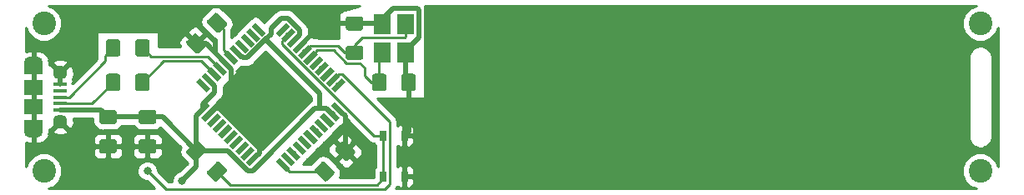
<source format=gbl>
G04 #@! TF.GenerationSoftware,KiCad,Pcbnew,(5.0.1-3-g963ef8bb5)*
G04 #@! TF.CreationDate,2019-09-07T00:25:15+09:00*
G04 #@! TF.ProjectId,switch42,73776974636834322E6B696361645F70,rev?*
G04 #@! TF.SameCoordinates,Original*
G04 #@! TF.FileFunction,Copper,L2,Bot,Signal*
G04 #@! TF.FilePolarity,Positive*
%FSLAX46Y46*%
G04 Gerber Fmt 4.6, Leading zero omitted, Abs format (unit mm)*
G04 Created by KiCad (PCBNEW (5.0.1-3-g963ef8bb5)) date 2019 September 07, Saturday 00:25:15*
%MOMM*%
%LPD*%
G01*
G04 APERTURE LIST*
G04 #@! TA.AperFunction,Conductor*
%ADD10C,0.100000*%
G04 #@! TD*
G04 #@! TA.AperFunction,SMDPad,CuDef*
%ADD11C,1.425000*%
G04 #@! TD*
G04 #@! TA.AperFunction,SMDPad,CuDef*
%ADD12R,1.900000X1.500000*%
G04 #@! TD*
G04 #@! TA.AperFunction,ComponentPad*
%ADD13C,1.450000*%
G04 #@! TD*
G04 #@! TA.AperFunction,SMDPad,CuDef*
%ADD14R,1.350000X0.400000*%
G04 #@! TD*
G04 #@! TA.AperFunction,ComponentPad*
%ADD15O,1.900000X1.200000*%
G04 #@! TD*
G04 #@! TA.AperFunction,SMDPad,CuDef*
%ADD16R,1.900000X1.200000*%
G04 #@! TD*
G04 #@! TA.AperFunction,SMDPad,CuDef*
%ADD17C,0.550000*%
G04 #@! TD*
G04 #@! TA.AperFunction,SMDPad,CuDef*
%ADD18R,1.800000X2.100000*%
G04 #@! TD*
G04 #@! TA.AperFunction,WasherPad*
%ADD19C,2.400000*%
G04 #@! TD*
G04 #@! TA.AperFunction,SMDPad,CuDef*
%ADD20R,0.650000X1.050000*%
G04 #@! TD*
G04 #@! TA.AperFunction,ViaPad*
%ADD21C,0.800000*%
G04 #@! TD*
G04 #@! TA.AperFunction,Conductor*
%ADD22C,0.250000*%
G04 #@! TD*
G04 #@! TA.AperFunction,Conductor*
%ADD23C,0.500000*%
G04 #@! TD*
G04 #@! TA.AperFunction,Conductor*
%ADD24C,0.254000*%
G04 #@! TD*
G04 APERTURE END LIST*
D10*
G04 #@! TO.N,GND*
G04 #@! TO.C,C1*
G36*
X70406304Y-58853204D02*
X70430573Y-58856804D01*
X70454371Y-58862765D01*
X70477471Y-58871030D01*
X70499649Y-58881520D01*
X70520693Y-58894133D01*
X70540398Y-58908747D01*
X70558577Y-58925223D01*
X70575053Y-58943402D01*
X70589667Y-58963107D01*
X70602280Y-58984151D01*
X70612770Y-59006329D01*
X70621035Y-59029429D01*
X70626996Y-59053227D01*
X70630596Y-59077496D01*
X70631800Y-59102000D01*
X70631800Y-60027000D01*
X70630596Y-60051504D01*
X70626996Y-60075773D01*
X70621035Y-60099571D01*
X70612770Y-60122671D01*
X70602280Y-60144849D01*
X70589667Y-60165893D01*
X70575053Y-60185598D01*
X70558577Y-60203777D01*
X70540398Y-60220253D01*
X70520693Y-60234867D01*
X70499649Y-60247480D01*
X70477471Y-60257970D01*
X70454371Y-60266235D01*
X70430573Y-60272196D01*
X70406304Y-60275796D01*
X70381800Y-60277000D01*
X69131800Y-60277000D01*
X69107296Y-60275796D01*
X69083027Y-60272196D01*
X69059229Y-60266235D01*
X69036129Y-60257970D01*
X69013951Y-60247480D01*
X68992907Y-60234867D01*
X68973202Y-60220253D01*
X68955023Y-60203777D01*
X68938547Y-60185598D01*
X68923933Y-60165893D01*
X68911320Y-60144849D01*
X68900830Y-60122671D01*
X68892565Y-60099571D01*
X68886604Y-60075773D01*
X68883004Y-60051504D01*
X68881800Y-60027000D01*
X68881800Y-59102000D01*
X68883004Y-59077496D01*
X68886604Y-59053227D01*
X68892565Y-59029429D01*
X68900830Y-59006329D01*
X68911320Y-58984151D01*
X68923933Y-58963107D01*
X68938547Y-58943402D01*
X68955023Y-58925223D01*
X68973202Y-58908747D01*
X68992907Y-58894133D01*
X69013951Y-58881520D01*
X69036129Y-58871030D01*
X69059229Y-58862765D01*
X69083027Y-58856804D01*
X69107296Y-58853204D01*
X69131800Y-58852000D01*
X70381800Y-58852000D01*
X70406304Y-58853204D01*
X70406304Y-58853204D01*
G37*
D11*
G04 #@! TD*
G04 #@! TO.P,C1,2*
G04 #@! TO.N,GND*
X69756800Y-59564500D03*
D10*
G04 #@! TO.N,UVCC*
G04 #@! TO.C,C1*
G36*
X70406304Y-55878204D02*
X70430573Y-55881804D01*
X70454371Y-55887765D01*
X70477471Y-55896030D01*
X70499649Y-55906520D01*
X70520693Y-55919133D01*
X70540398Y-55933747D01*
X70558577Y-55950223D01*
X70575053Y-55968402D01*
X70589667Y-55988107D01*
X70602280Y-56009151D01*
X70612770Y-56031329D01*
X70621035Y-56054429D01*
X70626996Y-56078227D01*
X70630596Y-56102496D01*
X70631800Y-56127000D01*
X70631800Y-57052000D01*
X70630596Y-57076504D01*
X70626996Y-57100773D01*
X70621035Y-57124571D01*
X70612770Y-57147671D01*
X70602280Y-57169849D01*
X70589667Y-57190893D01*
X70575053Y-57210598D01*
X70558577Y-57228777D01*
X70540398Y-57245253D01*
X70520693Y-57259867D01*
X70499649Y-57272480D01*
X70477471Y-57282970D01*
X70454371Y-57291235D01*
X70430573Y-57297196D01*
X70406304Y-57300796D01*
X70381800Y-57302000D01*
X69131800Y-57302000D01*
X69107296Y-57300796D01*
X69083027Y-57297196D01*
X69059229Y-57291235D01*
X69036129Y-57282970D01*
X69013951Y-57272480D01*
X68992907Y-57259867D01*
X68973202Y-57245253D01*
X68955023Y-57228777D01*
X68938547Y-57210598D01*
X68923933Y-57190893D01*
X68911320Y-57169849D01*
X68900830Y-57147671D01*
X68892565Y-57124571D01*
X68886604Y-57100773D01*
X68883004Y-57076504D01*
X68881800Y-57052000D01*
X68881800Y-56127000D01*
X68883004Y-56102496D01*
X68886604Y-56078227D01*
X68892565Y-56054429D01*
X68900830Y-56031329D01*
X68911320Y-56009151D01*
X68923933Y-55988107D01*
X68938547Y-55968402D01*
X68955023Y-55950223D01*
X68973202Y-55933747D01*
X68992907Y-55919133D01*
X69013951Y-55906520D01*
X69036129Y-55896030D01*
X69059229Y-55887765D01*
X69083027Y-55881804D01*
X69107296Y-55878204D01*
X69131800Y-55877000D01*
X70381800Y-55877000D01*
X70406304Y-55878204D01*
X70406304Y-55878204D01*
G37*
D11*
G04 #@! TD*
G04 #@! TO.P,C1,1*
G04 #@! TO.N,UVCC*
X69756800Y-56589500D03*
D10*
G04 #@! TO.N,UVCC*
G04 #@! TO.C,C2*
G36*
X74406304Y-55878204D02*
X74430573Y-55881804D01*
X74454371Y-55887765D01*
X74477471Y-55896030D01*
X74499649Y-55906520D01*
X74520693Y-55919133D01*
X74540398Y-55933747D01*
X74558577Y-55950223D01*
X74575053Y-55968402D01*
X74589667Y-55988107D01*
X74602280Y-56009151D01*
X74612770Y-56031329D01*
X74621035Y-56054429D01*
X74626996Y-56078227D01*
X74630596Y-56102496D01*
X74631800Y-56127000D01*
X74631800Y-57052000D01*
X74630596Y-57076504D01*
X74626996Y-57100773D01*
X74621035Y-57124571D01*
X74612770Y-57147671D01*
X74602280Y-57169849D01*
X74589667Y-57190893D01*
X74575053Y-57210598D01*
X74558577Y-57228777D01*
X74540398Y-57245253D01*
X74520693Y-57259867D01*
X74499649Y-57272480D01*
X74477471Y-57282970D01*
X74454371Y-57291235D01*
X74430573Y-57297196D01*
X74406304Y-57300796D01*
X74381800Y-57302000D01*
X73131800Y-57302000D01*
X73107296Y-57300796D01*
X73083027Y-57297196D01*
X73059229Y-57291235D01*
X73036129Y-57282970D01*
X73013951Y-57272480D01*
X72992907Y-57259867D01*
X72973202Y-57245253D01*
X72955023Y-57228777D01*
X72938547Y-57210598D01*
X72923933Y-57190893D01*
X72911320Y-57169849D01*
X72900830Y-57147671D01*
X72892565Y-57124571D01*
X72886604Y-57100773D01*
X72883004Y-57076504D01*
X72881800Y-57052000D01*
X72881800Y-56127000D01*
X72883004Y-56102496D01*
X72886604Y-56078227D01*
X72892565Y-56054429D01*
X72900830Y-56031329D01*
X72911320Y-56009151D01*
X72923933Y-55988107D01*
X72938547Y-55968402D01*
X72955023Y-55950223D01*
X72973202Y-55933747D01*
X72992907Y-55919133D01*
X73013951Y-55906520D01*
X73036129Y-55896030D01*
X73059229Y-55887765D01*
X73083027Y-55881804D01*
X73107296Y-55878204D01*
X73131800Y-55877000D01*
X74381800Y-55877000D01*
X74406304Y-55878204D01*
X74406304Y-55878204D01*
G37*
D11*
G04 #@! TD*
G04 #@! TO.P,C2,1*
G04 #@! TO.N,UVCC*
X73756800Y-56589500D03*
D10*
G04 #@! TO.N,GND*
G04 #@! TO.C,C2*
G36*
X74406304Y-58853204D02*
X74430573Y-58856804D01*
X74454371Y-58862765D01*
X74477471Y-58871030D01*
X74499649Y-58881520D01*
X74520693Y-58894133D01*
X74540398Y-58908747D01*
X74558577Y-58925223D01*
X74575053Y-58943402D01*
X74589667Y-58963107D01*
X74602280Y-58984151D01*
X74612770Y-59006329D01*
X74621035Y-59029429D01*
X74626996Y-59053227D01*
X74630596Y-59077496D01*
X74631800Y-59102000D01*
X74631800Y-60027000D01*
X74630596Y-60051504D01*
X74626996Y-60075773D01*
X74621035Y-60099571D01*
X74612770Y-60122671D01*
X74602280Y-60144849D01*
X74589667Y-60165893D01*
X74575053Y-60185598D01*
X74558577Y-60203777D01*
X74540398Y-60220253D01*
X74520693Y-60234867D01*
X74499649Y-60247480D01*
X74477471Y-60257970D01*
X74454371Y-60266235D01*
X74430573Y-60272196D01*
X74406304Y-60275796D01*
X74381800Y-60277000D01*
X73131800Y-60277000D01*
X73107296Y-60275796D01*
X73083027Y-60272196D01*
X73059229Y-60266235D01*
X73036129Y-60257970D01*
X73013951Y-60247480D01*
X72992907Y-60234867D01*
X72973202Y-60220253D01*
X72955023Y-60203777D01*
X72938547Y-60185598D01*
X72923933Y-60165893D01*
X72911320Y-60144849D01*
X72900830Y-60122671D01*
X72892565Y-60099571D01*
X72886604Y-60075773D01*
X72883004Y-60051504D01*
X72881800Y-60027000D01*
X72881800Y-59102000D01*
X72883004Y-59077496D01*
X72886604Y-59053227D01*
X72892565Y-59029429D01*
X72900830Y-59006329D01*
X72911320Y-58984151D01*
X72923933Y-58963107D01*
X72938547Y-58943402D01*
X72955023Y-58925223D01*
X72973202Y-58908747D01*
X72992907Y-58894133D01*
X73013951Y-58881520D01*
X73036129Y-58871030D01*
X73059229Y-58862765D01*
X73083027Y-58856804D01*
X73107296Y-58853204D01*
X73131800Y-58852000D01*
X74381800Y-58852000D01*
X74406304Y-58853204D01*
X74406304Y-58853204D01*
G37*
D11*
G04 #@! TD*
G04 #@! TO.P,C2,2*
G04 #@! TO.N,GND*
X73756800Y-59564500D03*
D10*
G04 #@! TO.N,GND*
G04 #@! TO.C,C3*
G36*
X100731304Y-52203204D02*
X100755573Y-52206804D01*
X100779371Y-52212765D01*
X100802471Y-52221030D01*
X100824649Y-52231520D01*
X100845693Y-52244133D01*
X100865398Y-52258747D01*
X100883577Y-52275223D01*
X100900053Y-52293402D01*
X100914667Y-52313107D01*
X100927280Y-52334151D01*
X100937770Y-52356329D01*
X100946035Y-52379429D01*
X100951996Y-52403227D01*
X100955596Y-52427496D01*
X100956800Y-52452000D01*
X100956800Y-53702000D01*
X100955596Y-53726504D01*
X100951996Y-53750773D01*
X100946035Y-53774571D01*
X100937770Y-53797671D01*
X100927280Y-53819849D01*
X100914667Y-53840893D01*
X100900053Y-53860598D01*
X100883577Y-53878777D01*
X100865398Y-53895253D01*
X100845693Y-53909867D01*
X100824649Y-53922480D01*
X100802471Y-53932970D01*
X100779371Y-53941235D01*
X100755573Y-53947196D01*
X100731304Y-53950796D01*
X100706800Y-53952000D01*
X99781800Y-53952000D01*
X99757296Y-53950796D01*
X99733027Y-53947196D01*
X99709229Y-53941235D01*
X99686129Y-53932970D01*
X99663951Y-53922480D01*
X99642907Y-53909867D01*
X99623202Y-53895253D01*
X99605023Y-53878777D01*
X99588547Y-53860598D01*
X99573933Y-53840893D01*
X99561320Y-53819849D01*
X99550830Y-53797671D01*
X99542565Y-53774571D01*
X99536604Y-53750773D01*
X99533004Y-53726504D01*
X99531800Y-53702000D01*
X99531800Y-52452000D01*
X99533004Y-52427496D01*
X99536604Y-52403227D01*
X99542565Y-52379429D01*
X99550830Y-52356329D01*
X99561320Y-52334151D01*
X99573933Y-52313107D01*
X99588547Y-52293402D01*
X99605023Y-52275223D01*
X99623202Y-52258747D01*
X99642907Y-52244133D01*
X99663951Y-52231520D01*
X99686129Y-52221030D01*
X99709229Y-52212765D01*
X99733027Y-52206804D01*
X99757296Y-52203204D01*
X99781800Y-52202000D01*
X100706800Y-52202000D01*
X100731304Y-52203204D01*
X100731304Y-52203204D01*
G37*
D11*
G04 #@! TD*
G04 #@! TO.P,C3,2*
G04 #@! TO.N,GND*
X100244300Y-53077000D03*
D10*
G04 #@! TO.N,XTAL1*
G04 #@! TO.C,C3*
G36*
X97756304Y-52203204D02*
X97780573Y-52206804D01*
X97804371Y-52212765D01*
X97827471Y-52221030D01*
X97849649Y-52231520D01*
X97870693Y-52244133D01*
X97890398Y-52258747D01*
X97908577Y-52275223D01*
X97925053Y-52293402D01*
X97939667Y-52313107D01*
X97952280Y-52334151D01*
X97962770Y-52356329D01*
X97971035Y-52379429D01*
X97976996Y-52403227D01*
X97980596Y-52427496D01*
X97981800Y-52452000D01*
X97981800Y-53702000D01*
X97980596Y-53726504D01*
X97976996Y-53750773D01*
X97971035Y-53774571D01*
X97962770Y-53797671D01*
X97952280Y-53819849D01*
X97939667Y-53840893D01*
X97925053Y-53860598D01*
X97908577Y-53878777D01*
X97890398Y-53895253D01*
X97870693Y-53909867D01*
X97849649Y-53922480D01*
X97827471Y-53932970D01*
X97804371Y-53941235D01*
X97780573Y-53947196D01*
X97756304Y-53950796D01*
X97731800Y-53952000D01*
X96806800Y-53952000D01*
X96782296Y-53950796D01*
X96758027Y-53947196D01*
X96734229Y-53941235D01*
X96711129Y-53932970D01*
X96688951Y-53922480D01*
X96667907Y-53909867D01*
X96648202Y-53895253D01*
X96630023Y-53878777D01*
X96613547Y-53860598D01*
X96598933Y-53840893D01*
X96586320Y-53819849D01*
X96575830Y-53797671D01*
X96567565Y-53774571D01*
X96561604Y-53750773D01*
X96558004Y-53726504D01*
X96556800Y-53702000D01*
X96556800Y-52452000D01*
X96558004Y-52427496D01*
X96561604Y-52403227D01*
X96567565Y-52379429D01*
X96575830Y-52356329D01*
X96586320Y-52334151D01*
X96598933Y-52313107D01*
X96613547Y-52293402D01*
X96630023Y-52275223D01*
X96648202Y-52258747D01*
X96667907Y-52244133D01*
X96688951Y-52231520D01*
X96711129Y-52221030D01*
X96734229Y-52212765D01*
X96758027Y-52206804D01*
X96782296Y-52203204D01*
X96806800Y-52202000D01*
X97731800Y-52202000D01*
X97756304Y-52203204D01*
X97756304Y-52203204D01*
G37*
D11*
G04 #@! TD*
G04 #@! TO.P,C3,1*
G04 #@! TO.N,XTAL1*
X97269300Y-53077000D03*
D10*
G04 #@! TO.N,XTAL2*
G04 #@! TO.C,C4*
G36*
X95406304Y-49353204D02*
X95430573Y-49356804D01*
X95454371Y-49362765D01*
X95477471Y-49371030D01*
X95499649Y-49381520D01*
X95520693Y-49394133D01*
X95540398Y-49408747D01*
X95558577Y-49425223D01*
X95575053Y-49443402D01*
X95589667Y-49463107D01*
X95602280Y-49484151D01*
X95612770Y-49506329D01*
X95621035Y-49529429D01*
X95626996Y-49553227D01*
X95630596Y-49577496D01*
X95631800Y-49602000D01*
X95631800Y-50527000D01*
X95630596Y-50551504D01*
X95626996Y-50575773D01*
X95621035Y-50599571D01*
X95612770Y-50622671D01*
X95602280Y-50644849D01*
X95589667Y-50665893D01*
X95575053Y-50685598D01*
X95558577Y-50703777D01*
X95540398Y-50720253D01*
X95520693Y-50734867D01*
X95499649Y-50747480D01*
X95477471Y-50757970D01*
X95454371Y-50766235D01*
X95430573Y-50772196D01*
X95406304Y-50775796D01*
X95381800Y-50777000D01*
X94131800Y-50777000D01*
X94107296Y-50775796D01*
X94083027Y-50772196D01*
X94059229Y-50766235D01*
X94036129Y-50757970D01*
X94013951Y-50747480D01*
X93992907Y-50734867D01*
X93973202Y-50720253D01*
X93955023Y-50703777D01*
X93938547Y-50685598D01*
X93923933Y-50665893D01*
X93911320Y-50644849D01*
X93900830Y-50622671D01*
X93892565Y-50599571D01*
X93886604Y-50575773D01*
X93883004Y-50551504D01*
X93881800Y-50527000D01*
X93881800Y-49602000D01*
X93883004Y-49577496D01*
X93886604Y-49553227D01*
X93892565Y-49529429D01*
X93900830Y-49506329D01*
X93911320Y-49484151D01*
X93923933Y-49463107D01*
X93938547Y-49443402D01*
X93955023Y-49425223D01*
X93973202Y-49408747D01*
X93992907Y-49394133D01*
X94013951Y-49381520D01*
X94036129Y-49371030D01*
X94059229Y-49362765D01*
X94083027Y-49356804D01*
X94107296Y-49353204D01*
X94131800Y-49352000D01*
X95381800Y-49352000D01*
X95406304Y-49353204D01*
X95406304Y-49353204D01*
G37*
D11*
G04 #@! TD*
G04 #@! TO.P,C4,1*
G04 #@! TO.N,XTAL2*
X94756800Y-50064500D03*
D10*
G04 #@! TO.N,GND*
G04 #@! TO.C,C4*
G36*
X95406304Y-46378204D02*
X95430573Y-46381804D01*
X95454371Y-46387765D01*
X95477471Y-46396030D01*
X95499649Y-46406520D01*
X95520693Y-46419133D01*
X95540398Y-46433747D01*
X95558577Y-46450223D01*
X95575053Y-46468402D01*
X95589667Y-46488107D01*
X95602280Y-46509151D01*
X95612770Y-46531329D01*
X95621035Y-46554429D01*
X95626996Y-46578227D01*
X95630596Y-46602496D01*
X95631800Y-46627000D01*
X95631800Y-47552000D01*
X95630596Y-47576504D01*
X95626996Y-47600773D01*
X95621035Y-47624571D01*
X95612770Y-47647671D01*
X95602280Y-47669849D01*
X95589667Y-47690893D01*
X95575053Y-47710598D01*
X95558577Y-47728777D01*
X95540398Y-47745253D01*
X95520693Y-47759867D01*
X95499649Y-47772480D01*
X95477471Y-47782970D01*
X95454371Y-47791235D01*
X95430573Y-47797196D01*
X95406304Y-47800796D01*
X95381800Y-47802000D01*
X94131800Y-47802000D01*
X94107296Y-47800796D01*
X94083027Y-47797196D01*
X94059229Y-47791235D01*
X94036129Y-47782970D01*
X94013951Y-47772480D01*
X93992907Y-47759867D01*
X93973202Y-47745253D01*
X93955023Y-47728777D01*
X93938547Y-47710598D01*
X93923933Y-47690893D01*
X93911320Y-47669849D01*
X93900830Y-47647671D01*
X93892565Y-47624571D01*
X93886604Y-47600773D01*
X93883004Y-47576504D01*
X93881800Y-47552000D01*
X93881800Y-46627000D01*
X93883004Y-46602496D01*
X93886604Y-46578227D01*
X93892565Y-46554429D01*
X93900830Y-46531329D01*
X93911320Y-46509151D01*
X93923933Y-46488107D01*
X93938547Y-46468402D01*
X93955023Y-46450223D01*
X93973202Y-46433747D01*
X93992907Y-46419133D01*
X94013951Y-46406520D01*
X94036129Y-46396030D01*
X94059229Y-46387765D01*
X94083027Y-46381804D01*
X94107296Y-46378204D01*
X94131800Y-46377000D01*
X95381800Y-46377000D01*
X95406304Y-46378204D01*
X95406304Y-46378204D01*
G37*
D11*
G04 #@! TD*
G04 #@! TO.P,C4,2*
G04 #@! TO.N,GND*
X94756800Y-47089500D03*
D10*
G04 #@! TO.N,Net-(C5-Pad1)*
G04 #@! TO.C,C5*
G36*
X80718220Y-46007404D02*
X80742489Y-46011004D01*
X80766287Y-46016965D01*
X80789387Y-46025230D01*
X80811565Y-46035720D01*
X80832609Y-46048333D01*
X80852314Y-46062947D01*
X80870493Y-46079423D01*
X81754377Y-46963307D01*
X81770853Y-46981486D01*
X81785467Y-47001191D01*
X81798080Y-47022235D01*
X81808570Y-47044413D01*
X81816835Y-47067513D01*
X81822796Y-47091311D01*
X81826396Y-47115580D01*
X81827600Y-47140084D01*
X81826396Y-47164588D01*
X81822796Y-47188857D01*
X81816835Y-47212655D01*
X81808570Y-47235755D01*
X81798080Y-47257933D01*
X81785467Y-47278977D01*
X81770853Y-47298682D01*
X81754377Y-47316861D01*
X81100303Y-47970935D01*
X81082124Y-47987411D01*
X81062419Y-48002025D01*
X81041375Y-48014638D01*
X81019197Y-48025128D01*
X80996097Y-48033393D01*
X80972299Y-48039354D01*
X80948030Y-48042954D01*
X80923526Y-48044158D01*
X80899022Y-48042954D01*
X80874753Y-48039354D01*
X80850955Y-48033393D01*
X80827855Y-48025128D01*
X80805677Y-48014638D01*
X80784633Y-48002025D01*
X80764928Y-47987411D01*
X80746749Y-47970935D01*
X79862865Y-47087051D01*
X79846389Y-47068872D01*
X79831775Y-47049167D01*
X79819162Y-47028123D01*
X79808672Y-47005945D01*
X79800407Y-46982845D01*
X79794446Y-46959047D01*
X79790846Y-46934778D01*
X79789642Y-46910274D01*
X79790846Y-46885770D01*
X79794446Y-46861501D01*
X79800407Y-46837703D01*
X79808672Y-46814603D01*
X79819162Y-46792425D01*
X79831775Y-46771381D01*
X79846389Y-46751676D01*
X79862865Y-46733497D01*
X80516939Y-46079423D01*
X80535118Y-46062947D01*
X80554823Y-46048333D01*
X80575867Y-46035720D01*
X80598045Y-46025230D01*
X80621145Y-46016965D01*
X80644943Y-46011004D01*
X80669212Y-46007404D01*
X80693716Y-46006200D01*
X80718220Y-46007404D01*
X80718220Y-46007404D01*
G37*
D11*
G04 #@! TD*
G04 #@! TO.P,C5,1*
G04 #@! TO.N,Net-(C5-Pad1)*
X80808621Y-47025179D03*
D10*
G04 #@! TO.N,GND*
G04 #@! TO.C,C5*
G36*
X78614578Y-48111046D02*
X78638847Y-48114646D01*
X78662645Y-48120607D01*
X78685745Y-48128872D01*
X78707923Y-48139362D01*
X78728967Y-48151975D01*
X78748672Y-48166589D01*
X78766851Y-48183065D01*
X79650735Y-49066949D01*
X79667211Y-49085128D01*
X79681825Y-49104833D01*
X79694438Y-49125877D01*
X79704928Y-49148055D01*
X79713193Y-49171155D01*
X79719154Y-49194953D01*
X79722754Y-49219222D01*
X79723958Y-49243726D01*
X79722754Y-49268230D01*
X79719154Y-49292499D01*
X79713193Y-49316297D01*
X79704928Y-49339397D01*
X79694438Y-49361575D01*
X79681825Y-49382619D01*
X79667211Y-49402324D01*
X79650735Y-49420503D01*
X78996661Y-50074577D01*
X78978482Y-50091053D01*
X78958777Y-50105667D01*
X78937733Y-50118280D01*
X78915555Y-50128770D01*
X78892455Y-50137035D01*
X78868657Y-50142996D01*
X78844388Y-50146596D01*
X78819884Y-50147800D01*
X78795380Y-50146596D01*
X78771111Y-50142996D01*
X78747313Y-50137035D01*
X78724213Y-50128770D01*
X78702035Y-50118280D01*
X78680991Y-50105667D01*
X78661286Y-50091053D01*
X78643107Y-50074577D01*
X77759223Y-49190693D01*
X77742747Y-49172514D01*
X77728133Y-49152809D01*
X77715520Y-49131765D01*
X77705030Y-49109587D01*
X77696765Y-49086487D01*
X77690804Y-49062689D01*
X77687204Y-49038420D01*
X77686000Y-49013916D01*
X77687204Y-48989412D01*
X77690804Y-48965143D01*
X77696765Y-48941345D01*
X77705030Y-48918245D01*
X77715520Y-48896067D01*
X77728133Y-48875023D01*
X77742747Y-48855318D01*
X77759223Y-48837139D01*
X78413297Y-48183065D01*
X78431476Y-48166589D01*
X78451181Y-48151975D01*
X78472225Y-48139362D01*
X78494403Y-48128872D01*
X78517503Y-48120607D01*
X78541301Y-48114646D01*
X78565570Y-48111046D01*
X78590074Y-48109842D01*
X78614578Y-48111046D01*
X78614578Y-48111046D01*
G37*
D11*
G04 #@! TD*
G04 #@! TO.P,C5,2*
G04 #@! TO.N,GND*
X78704979Y-49128821D03*
D12*
G04 #@! TO.P,J1,6*
G04 #@! TO.N,GND*
X62219300Y-53577000D03*
D13*
X64919300Y-57077000D03*
D14*
G04 #@! TO.P,J1,2*
G04 #@! TO.N,Net-(J1-Pad2)*
X64919300Y-55227000D03*
G04 #@! TO.P,J1,1*
G04 #@! TO.N,UVCC*
X64919300Y-55877000D03*
G04 #@! TO.P,J1,5*
G04 #@! TO.N,GND*
X64919300Y-53277000D03*
G04 #@! TO.P,J1,4*
G04 #@! TO.N,Net-(J1-Pad4)*
X64919300Y-53927000D03*
G04 #@! TO.P,J1,3*
G04 #@! TO.N,Net-(J1-Pad3)*
X64919300Y-54577000D03*
D13*
G04 #@! TO.P,J1,6*
G04 #@! TO.N,GND*
X64919300Y-52077000D03*
D12*
X62219300Y-55577000D03*
D15*
X62219300Y-58077000D03*
X62219300Y-51077000D03*
D16*
X62219300Y-51677000D03*
X62219300Y-57477000D03*
G04 #@! TD*
D10*
G04 #@! TO.N,RESET*
G04 #@! TO.C,R1*
G36*
X80948030Y-61111046D02*
X80972299Y-61114646D01*
X80996097Y-61120607D01*
X81019197Y-61128872D01*
X81041375Y-61139362D01*
X81062419Y-61151975D01*
X81082124Y-61166589D01*
X81100303Y-61183065D01*
X81754377Y-61837139D01*
X81770853Y-61855318D01*
X81785467Y-61875023D01*
X81798080Y-61896067D01*
X81808570Y-61918245D01*
X81816835Y-61941345D01*
X81822796Y-61965143D01*
X81826396Y-61989412D01*
X81827600Y-62013916D01*
X81826396Y-62038420D01*
X81822796Y-62062689D01*
X81816835Y-62086487D01*
X81808570Y-62109587D01*
X81798080Y-62131765D01*
X81785467Y-62152809D01*
X81770853Y-62172514D01*
X81754377Y-62190693D01*
X80870493Y-63074577D01*
X80852314Y-63091053D01*
X80832609Y-63105667D01*
X80811565Y-63118280D01*
X80789387Y-63128770D01*
X80766287Y-63137035D01*
X80742489Y-63142996D01*
X80718220Y-63146596D01*
X80693716Y-63147800D01*
X80669212Y-63146596D01*
X80644943Y-63142996D01*
X80621145Y-63137035D01*
X80598045Y-63128770D01*
X80575867Y-63118280D01*
X80554823Y-63105667D01*
X80535118Y-63091053D01*
X80516939Y-63074577D01*
X79862865Y-62420503D01*
X79846389Y-62402324D01*
X79831775Y-62382619D01*
X79819162Y-62361575D01*
X79808672Y-62339397D01*
X79800407Y-62316297D01*
X79794446Y-62292499D01*
X79790846Y-62268230D01*
X79789642Y-62243726D01*
X79790846Y-62219222D01*
X79794446Y-62194953D01*
X79800407Y-62171155D01*
X79808672Y-62148055D01*
X79819162Y-62125877D01*
X79831775Y-62104833D01*
X79846389Y-62085128D01*
X79862865Y-62066949D01*
X80746749Y-61183065D01*
X80764928Y-61166589D01*
X80784633Y-61151975D01*
X80805677Y-61139362D01*
X80827855Y-61128872D01*
X80850955Y-61120607D01*
X80874753Y-61114646D01*
X80899022Y-61111046D01*
X80923526Y-61109842D01*
X80948030Y-61111046D01*
X80948030Y-61111046D01*
G37*
D11*
G04 #@! TD*
G04 #@! TO.P,R1,2*
G04 #@! TO.N,RESET*
X80808621Y-62128821D03*
D10*
G04 #@! TO.N,UVCC*
G04 #@! TO.C,R1*
G36*
X78844388Y-59007404D02*
X78868657Y-59011004D01*
X78892455Y-59016965D01*
X78915555Y-59025230D01*
X78937733Y-59035720D01*
X78958777Y-59048333D01*
X78978482Y-59062947D01*
X78996661Y-59079423D01*
X79650735Y-59733497D01*
X79667211Y-59751676D01*
X79681825Y-59771381D01*
X79694438Y-59792425D01*
X79704928Y-59814603D01*
X79713193Y-59837703D01*
X79719154Y-59861501D01*
X79722754Y-59885770D01*
X79723958Y-59910274D01*
X79722754Y-59934778D01*
X79719154Y-59959047D01*
X79713193Y-59982845D01*
X79704928Y-60005945D01*
X79694438Y-60028123D01*
X79681825Y-60049167D01*
X79667211Y-60068872D01*
X79650735Y-60087051D01*
X78766851Y-60970935D01*
X78748672Y-60987411D01*
X78728967Y-61002025D01*
X78707923Y-61014638D01*
X78685745Y-61025128D01*
X78662645Y-61033393D01*
X78638847Y-61039354D01*
X78614578Y-61042954D01*
X78590074Y-61044158D01*
X78565570Y-61042954D01*
X78541301Y-61039354D01*
X78517503Y-61033393D01*
X78494403Y-61025128D01*
X78472225Y-61014638D01*
X78451181Y-61002025D01*
X78431476Y-60987411D01*
X78413297Y-60970935D01*
X77759223Y-60316861D01*
X77742747Y-60298682D01*
X77728133Y-60278977D01*
X77715520Y-60257933D01*
X77705030Y-60235755D01*
X77696765Y-60212655D01*
X77690804Y-60188857D01*
X77687204Y-60164588D01*
X77686000Y-60140084D01*
X77687204Y-60115580D01*
X77690804Y-60091311D01*
X77696765Y-60067513D01*
X77705030Y-60044413D01*
X77715520Y-60022235D01*
X77728133Y-60001191D01*
X77742747Y-59981486D01*
X77759223Y-59963307D01*
X78643107Y-59079423D01*
X78661286Y-59062947D01*
X78680991Y-59048333D01*
X78702035Y-59035720D01*
X78724213Y-59025230D01*
X78747313Y-59016965D01*
X78771111Y-59011004D01*
X78795380Y-59007404D01*
X78819884Y-59006200D01*
X78844388Y-59007404D01*
X78844388Y-59007404D01*
G37*
D11*
G04 #@! TD*
G04 #@! TO.P,R1,1*
G04 #@! TO.N,UVCC*
X78704979Y-60025179D03*
D10*
G04 #@! TO.N,Net-(J1-Pad3)*
G04 #@! TO.C,R2*
G36*
X70756304Y-48703204D02*
X70780573Y-48706804D01*
X70804371Y-48712765D01*
X70827471Y-48721030D01*
X70849649Y-48731520D01*
X70870693Y-48744133D01*
X70890398Y-48758747D01*
X70908577Y-48775223D01*
X70925053Y-48793402D01*
X70939667Y-48813107D01*
X70952280Y-48834151D01*
X70962770Y-48856329D01*
X70971035Y-48879429D01*
X70976996Y-48903227D01*
X70980596Y-48927496D01*
X70981800Y-48952000D01*
X70981800Y-50202000D01*
X70980596Y-50226504D01*
X70976996Y-50250773D01*
X70971035Y-50274571D01*
X70962770Y-50297671D01*
X70952280Y-50319849D01*
X70939667Y-50340893D01*
X70925053Y-50360598D01*
X70908577Y-50378777D01*
X70890398Y-50395253D01*
X70870693Y-50409867D01*
X70849649Y-50422480D01*
X70827471Y-50432970D01*
X70804371Y-50441235D01*
X70780573Y-50447196D01*
X70756304Y-50450796D01*
X70731800Y-50452000D01*
X69806800Y-50452000D01*
X69782296Y-50450796D01*
X69758027Y-50447196D01*
X69734229Y-50441235D01*
X69711129Y-50432970D01*
X69688951Y-50422480D01*
X69667907Y-50409867D01*
X69648202Y-50395253D01*
X69630023Y-50378777D01*
X69613547Y-50360598D01*
X69598933Y-50340893D01*
X69586320Y-50319849D01*
X69575830Y-50297671D01*
X69567565Y-50274571D01*
X69561604Y-50250773D01*
X69558004Y-50226504D01*
X69556800Y-50202000D01*
X69556800Y-48952000D01*
X69558004Y-48927496D01*
X69561604Y-48903227D01*
X69567565Y-48879429D01*
X69575830Y-48856329D01*
X69586320Y-48834151D01*
X69598933Y-48813107D01*
X69613547Y-48793402D01*
X69630023Y-48775223D01*
X69648202Y-48758747D01*
X69667907Y-48744133D01*
X69688951Y-48731520D01*
X69711129Y-48721030D01*
X69734229Y-48712765D01*
X69758027Y-48706804D01*
X69782296Y-48703204D01*
X69806800Y-48702000D01*
X70731800Y-48702000D01*
X70756304Y-48703204D01*
X70756304Y-48703204D01*
G37*
D11*
G04 #@! TD*
G04 #@! TO.P,R2,2*
G04 #@! TO.N,Net-(J1-Pad3)*
X70269300Y-49577000D03*
D10*
G04 #@! TO.N,D+*
G04 #@! TO.C,R2*
G36*
X73731304Y-48703204D02*
X73755573Y-48706804D01*
X73779371Y-48712765D01*
X73802471Y-48721030D01*
X73824649Y-48731520D01*
X73845693Y-48744133D01*
X73865398Y-48758747D01*
X73883577Y-48775223D01*
X73900053Y-48793402D01*
X73914667Y-48813107D01*
X73927280Y-48834151D01*
X73937770Y-48856329D01*
X73946035Y-48879429D01*
X73951996Y-48903227D01*
X73955596Y-48927496D01*
X73956800Y-48952000D01*
X73956800Y-50202000D01*
X73955596Y-50226504D01*
X73951996Y-50250773D01*
X73946035Y-50274571D01*
X73937770Y-50297671D01*
X73927280Y-50319849D01*
X73914667Y-50340893D01*
X73900053Y-50360598D01*
X73883577Y-50378777D01*
X73865398Y-50395253D01*
X73845693Y-50409867D01*
X73824649Y-50422480D01*
X73802471Y-50432970D01*
X73779371Y-50441235D01*
X73755573Y-50447196D01*
X73731304Y-50450796D01*
X73706800Y-50452000D01*
X72781800Y-50452000D01*
X72757296Y-50450796D01*
X72733027Y-50447196D01*
X72709229Y-50441235D01*
X72686129Y-50432970D01*
X72663951Y-50422480D01*
X72642907Y-50409867D01*
X72623202Y-50395253D01*
X72605023Y-50378777D01*
X72588547Y-50360598D01*
X72573933Y-50340893D01*
X72561320Y-50319849D01*
X72550830Y-50297671D01*
X72542565Y-50274571D01*
X72536604Y-50250773D01*
X72533004Y-50226504D01*
X72531800Y-50202000D01*
X72531800Y-48952000D01*
X72533004Y-48927496D01*
X72536604Y-48903227D01*
X72542565Y-48879429D01*
X72550830Y-48856329D01*
X72561320Y-48834151D01*
X72573933Y-48813107D01*
X72588547Y-48793402D01*
X72605023Y-48775223D01*
X72623202Y-48758747D01*
X72642907Y-48744133D01*
X72663951Y-48731520D01*
X72686129Y-48721030D01*
X72709229Y-48712765D01*
X72733027Y-48706804D01*
X72757296Y-48703204D01*
X72781800Y-48702000D01*
X73706800Y-48702000D01*
X73731304Y-48703204D01*
X73731304Y-48703204D01*
G37*
D11*
G04 #@! TD*
G04 #@! TO.P,R2,1*
G04 #@! TO.N,D+*
X73244300Y-49577000D03*
D10*
G04 #@! TO.N,D-*
G04 #@! TO.C,R3*
G36*
X73731304Y-52203204D02*
X73755573Y-52206804D01*
X73779371Y-52212765D01*
X73802471Y-52221030D01*
X73824649Y-52231520D01*
X73845693Y-52244133D01*
X73865398Y-52258747D01*
X73883577Y-52275223D01*
X73900053Y-52293402D01*
X73914667Y-52313107D01*
X73927280Y-52334151D01*
X73937770Y-52356329D01*
X73946035Y-52379429D01*
X73951996Y-52403227D01*
X73955596Y-52427496D01*
X73956800Y-52452000D01*
X73956800Y-53702000D01*
X73955596Y-53726504D01*
X73951996Y-53750773D01*
X73946035Y-53774571D01*
X73937770Y-53797671D01*
X73927280Y-53819849D01*
X73914667Y-53840893D01*
X73900053Y-53860598D01*
X73883577Y-53878777D01*
X73865398Y-53895253D01*
X73845693Y-53909867D01*
X73824649Y-53922480D01*
X73802471Y-53932970D01*
X73779371Y-53941235D01*
X73755573Y-53947196D01*
X73731304Y-53950796D01*
X73706800Y-53952000D01*
X72781800Y-53952000D01*
X72757296Y-53950796D01*
X72733027Y-53947196D01*
X72709229Y-53941235D01*
X72686129Y-53932970D01*
X72663951Y-53922480D01*
X72642907Y-53909867D01*
X72623202Y-53895253D01*
X72605023Y-53878777D01*
X72588547Y-53860598D01*
X72573933Y-53840893D01*
X72561320Y-53819849D01*
X72550830Y-53797671D01*
X72542565Y-53774571D01*
X72536604Y-53750773D01*
X72533004Y-53726504D01*
X72531800Y-53702000D01*
X72531800Y-52452000D01*
X72533004Y-52427496D01*
X72536604Y-52403227D01*
X72542565Y-52379429D01*
X72550830Y-52356329D01*
X72561320Y-52334151D01*
X72573933Y-52313107D01*
X72588547Y-52293402D01*
X72605023Y-52275223D01*
X72623202Y-52258747D01*
X72642907Y-52244133D01*
X72663951Y-52231520D01*
X72686129Y-52221030D01*
X72709229Y-52212765D01*
X72733027Y-52206804D01*
X72757296Y-52203204D01*
X72781800Y-52202000D01*
X73706800Y-52202000D01*
X73731304Y-52203204D01*
X73731304Y-52203204D01*
G37*
D11*
G04 #@! TD*
G04 #@! TO.P,R3,1*
G04 #@! TO.N,D-*
X73244300Y-53077000D03*
D10*
G04 #@! TO.N,Net-(J1-Pad2)*
G04 #@! TO.C,R3*
G36*
X70756304Y-52203204D02*
X70780573Y-52206804D01*
X70804371Y-52212765D01*
X70827471Y-52221030D01*
X70849649Y-52231520D01*
X70870693Y-52244133D01*
X70890398Y-52258747D01*
X70908577Y-52275223D01*
X70925053Y-52293402D01*
X70939667Y-52313107D01*
X70952280Y-52334151D01*
X70962770Y-52356329D01*
X70971035Y-52379429D01*
X70976996Y-52403227D01*
X70980596Y-52427496D01*
X70981800Y-52452000D01*
X70981800Y-53702000D01*
X70980596Y-53726504D01*
X70976996Y-53750773D01*
X70971035Y-53774571D01*
X70962770Y-53797671D01*
X70952280Y-53819849D01*
X70939667Y-53840893D01*
X70925053Y-53860598D01*
X70908577Y-53878777D01*
X70890398Y-53895253D01*
X70870693Y-53909867D01*
X70849649Y-53922480D01*
X70827471Y-53932970D01*
X70804371Y-53941235D01*
X70780573Y-53947196D01*
X70756304Y-53950796D01*
X70731800Y-53952000D01*
X69806800Y-53952000D01*
X69782296Y-53950796D01*
X69758027Y-53947196D01*
X69734229Y-53941235D01*
X69711129Y-53932970D01*
X69688951Y-53922480D01*
X69667907Y-53909867D01*
X69648202Y-53895253D01*
X69630023Y-53878777D01*
X69613547Y-53860598D01*
X69598933Y-53840893D01*
X69586320Y-53819849D01*
X69575830Y-53797671D01*
X69567565Y-53774571D01*
X69561604Y-53750773D01*
X69558004Y-53726504D01*
X69556800Y-53702000D01*
X69556800Y-52452000D01*
X69558004Y-52427496D01*
X69561604Y-52403227D01*
X69567565Y-52379429D01*
X69575830Y-52356329D01*
X69586320Y-52334151D01*
X69598933Y-52313107D01*
X69613547Y-52293402D01*
X69630023Y-52275223D01*
X69648202Y-52258747D01*
X69667907Y-52244133D01*
X69688951Y-52231520D01*
X69711129Y-52221030D01*
X69734229Y-52212765D01*
X69758027Y-52206804D01*
X69782296Y-52203204D01*
X69806800Y-52202000D01*
X70731800Y-52202000D01*
X70756304Y-52203204D01*
X70756304Y-52203204D01*
G37*
D11*
G04 #@! TD*
G04 #@! TO.P,R3,2*
G04 #@! TO.N,Net-(J1-Pad2)*
X70269300Y-53077000D03*
D10*
G04 #@! TO.N,Net-(R4-Pad2)*
G04 #@! TO.C,R4*
G36*
X91614578Y-61111046D02*
X91638847Y-61114646D01*
X91662645Y-61120607D01*
X91685745Y-61128872D01*
X91707923Y-61139362D01*
X91728967Y-61151975D01*
X91748672Y-61166589D01*
X91766851Y-61183065D01*
X92650735Y-62066949D01*
X92667211Y-62085128D01*
X92681825Y-62104833D01*
X92694438Y-62125877D01*
X92704928Y-62148055D01*
X92713193Y-62171155D01*
X92719154Y-62194953D01*
X92722754Y-62219222D01*
X92723958Y-62243726D01*
X92722754Y-62268230D01*
X92719154Y-62292499D01*
X92713193Y-62316297D01*
X92704928Y-62339397D01*
X92694438Y-62361575D01*
X92681825Y-62382619D01*
X92667211Y-62402324D01*
X92650735Y-62420503D01*
X91996661Y-63074577D01*
X91978482Y-63091053D01*
X91958777Y-63105667D01*
X91937733Y-63118280D01*
X91915555Y-63128770D01*
X91892455Y-63137035D01*
X91868657Y-63142996D01*
X91844388Y-63146596D01*
X91819884Y-63147800D01*
X91795380Y-63146596D01*
X91771111Y-63142996D01*
X91747313Y-63137035D01*
X91724213Y-63128770D01*
X91702035Y-63118280D01*
X91680991Y-63105667D01*
X91661286Y-63091053D01*
X91643107Y-63074577D01*
X90759223Y-62190693D01*
X90742747Y-62172514D01*
X90728133Y-62152809D01*
X90715520Y-62131765D01*
X90705030Y-62109587D01*
X90696765Y-62086487D01*
X90690804Y-62062689D01*
X90687204Y-62038420D01*
X90686000Y-62013916D01*
X90687204Y-61989412D01*
X90690804Y-61965143D01*
X90696765Y-61941345D01*
X90705030Y-61918245D01*
X90715520Y-61896067D01*
X90728133Y-61875023D01*
X90742747Y-61855318D01*
X90759223Y-61837139D01*
X91413297Y-61183065D01*
X91431476Y-61166589D01*
X91451181Y-61151975D01*
X91472225Y-61139362D01*
X91494403Y-61128872D01*
X91517503Y-61120607D01*
X91541301Y-61114646D01*
X91565570Y-61111046D01*
X91590074Y-61109842D01*
X91614578Y-61111046D01*
X91614578Y-61111046D01*
G37*
D11*
G04 #@! TD*
G04 #@! TO.P,R4,2*
G04 #@! TO.N,Net-(R4-Pad2)*
X91704979Y-62128821D03*
D10*
G04 #@! TO.N,GND*
G04 #@! TO.C,R4*
G36*
X93718220Y-59007404D02*
X93742489Y-59011004D01*
X93766287Y-59016965D01*
X93789387Y-59025230D01*
X93811565Y-59035720D01*
X93832609Y-59048333D01*
X93852314Y-59062947D01*
X93870493Y-59079423D01*
X94754377Y-59963307D01*
X94770853Y-59981486D01*
X94785467Y-60001191D01*
X94798080Y-60022235D01*
X94808570Y-60044413D01*
X94816835Y-60067513D01*
X94822796Y-60091311D01*
X94826396Y-60115580D01*
X94827600Y-60140084D01*
X94826396Y-60164588D01*
X94822796Y-60188857D01*
X94816835Y-60212655D01*
X94808570Y-60235755D01*
X94798080Y-60257933D01*
X94785467Y-60278977D01*
X94770853Y-60298682D01*
X94754377Y-60316861D01*
X94100303Y-60970935D01*
X94082124Y-60987411D01*
X94062419Y-61002025D01*
X94041375Y-61014638D01*
X94019197Y-61025128D01*
X93996097Y-61033393D01*
X93972299Y-61039354D01*
X93948030Y-61042954D01*
X93923526Y-61044158D01*
X93899022Y-61042954D01*
X93874753Y-61039354D01*
X93850955Y-61033393D01*
X93827855Y-61025128D01*
X93805677Y-61014638D01*
X93784633Y-61002025D01*
X93764928Y-60987411D01*
X93746749Y-60970935D01*
X92862865Y-60087051D01*
X92846389Y-60068872D01*
X92831775Y-60049167D01*
X92819162Y-60028123D01*
X92808672Y-60005945D01*
X92800407Y-59982845D01*
X92794446Y-59959047D01*
X92790846Y-59934778D01*
X92789642Y-59910274D01*
X92790846Y-59885770D01*
X92794446Y-59861501D01*
X92800407Y-59837703D01*
X92808672Y-59814603D01*
X92819162Y-59792425D01*
X92831775Y-59771381D01*
X92846389Y-59751676D01*
X92862865Y-59733497D01*
X93516939Y-59079423D01*
X93535118Y-59062947D01*
X93554823Y-59048333D01*
X93575867Y-59035720D01*
X93598045Y-59025230D01*
X93621145Y-59016965D01*
X93644943Y-59011004D01*
X93669212Y-59007404D01*
X93693716Y-59006200D01*
X93718220Y-59007404D01*
X93718220Y-59007404D01*
G37*
D11*
G04 #@! TD*
G04 #@! TO.P,R4,1*
G04 #@! TO.N,GND*
X93808621Y-60025179D03*
D17*
G04 #@! TO.P,U1,1*
G04 #@! TO.N,Net-(U1-Pad1)*
X79397864Y-53374918D03*
D10*
G04 #@! TD*
G04 #@! TO.N,Net-(U1-Pad1)*
G04 #@! TO.C,U1*
G36*
X78673080Y-53039042D02*
X79061988Y-52650134D01*
X80122648Y-53710794D01*
X79733740Y-54099702D01*
X78673080Y-53039042D01*
X78673080Y-53039042D01*
G37*
D17*
G04 #@! TO.P,U1,2*
G04 #@! TO.N,UVCC*
X79963550Y-52809233D03*
D10*
G04 #@! TD*
G04 #@! TO.N,UVCC*
G04 #@! TO.C,U1*
G36*
X79238766Y-52473357D02*
X79627674Y-52084449D01*
X80688334Y-53145109D01*
X80299426Y-53534017D01*
X79238766Y-52473357D01*
X79238766Y-52473357D01*
G37*
D17*
G04 #@! TO.P,U1,3*
G04 #@! TO.N,D-*
X80529235Y-52243548D03*
D10*
G04 #@! TD*
G04 #@! TO.N,D-*
G04 #@! TO.C,U1*
G36*
X79804451Y-51907672D02*
X80193359Y-51518764D01*
X81254019Y-52579424D01*
X80865111Y-52968332D01*
X79804451Y-51907672D01*
X79804451Y-51907672D01*
G37*
D17*
G04 #@! TO.P,U1,4*
G04 #@! TO.N,D+*
X81094920Y-51677862D03*
D10*
G04 #@! TD*
G04 #@! TO.N,D+*
G04 #@! TO.C,U1*
G36*
X80370136Y-51341986D02*
X80759044Y-50953078D01*
X81819704Y-52013738D01*
X81430796Y-52402646D01*
X80370136Y-51341986D01*
X80370136Y-51341986D01*
G37*
D17*
G04 #@! TO.P,U1,5*
G04 #@! TO.N,GND*
X81660606Y-51112177D03*
D10*
G04 #@! TD*
G04 #@! TO.N,GND*
G04 #@! TO.C,U1*
G36*
X80935822Y-50776301D02*
X81324730Y-50387393D01*
X82385390Y-51448053D01*
X81996482Y-51836961D01*
X80935822Y-50776301D01*
X80935822Y-50776301D01*
G37*
D17*
G04 #@! TO.P,U1,6*
G04 #@! TO.N,Net-(C5-Pad1)*
X82226291Y-50546491D03*
D10*
G04 #@! TD*
G04 #@! TO.N,Net-(C5-Pad1)*
G04 #@! TO.C,U1*
G36*
X81501507Y-50210615D02*
X81890415Y-49821707D01*
X82951075Y-50882367D01*
X82562167Y-51271275D01*
X81501507Y-50210615D01*
X81501507Y-50210615D01*
G37*
D17*
G04 #@! TO.P,U1,7*
G04 #@! TO.N,UVCC*
X82791977Y-49980806D03*
D10*
G04 #@! TD*
G04 #@! TO.N,UVCC*
G04 #@! TO.C,U1*
G36*
X82067193Y-49644930D02*
X82456101Y-49256022D01*
X83516761Y-50316682D01*
X83127853Y-50705590D01*
X82067193Y-49644930D01*
X82067193Y-49644930D01*
G37*
D17*
G04 #@! TO.P,U1,8*
G04 #@! TO.N,Net-(U1-Pad8)*
X83357662Y-49415120D03*
D10*
G04 #@! TD*
G04 #@! TO.N,Net-(U1-Pad8)*
G04 #@! TO.C,U1*
G36*
X82632878Y-49079244D02*
X83021786Y-48690336D01*
X84082446Y-49750996D01*
X83693538Y-50139904D01*
X82632878Y-49079244D01*
X82632878Y-49079244D01*
G37*
D17*
G04 #@! TO.P,U1,9*
G04 #@! TO.N,Net-(U1-Pad9)*
X83923348Y-48849435D03*
D10*
G04 #@! TD*
G04 #@! TO.N,Net-(U1-Pad9)*
G04 #@! TO.C,U1*
G36*
X83198564Y-48513559D02*
X83587472Y-48124651D01*
X84648132Y-49185311D01*
X84259224Y-49574219D01*
X83198564Y-48513559D01*
X83198564Y-48513559D01*
G37*
D17*
G04 #@! TO.P,U1,10*
G04 #@! TO.N,Net-(U1-Pad10)*
X84489033Y-48283750D03*
D10*
G04 #@! TD*
G04 #@! TO.N,Net-(U1-Pad10)*
G04 #@! TO.C,U1*
G36*
X83764249Y-47947874D02*
X84153157Y-47558966D01*
X85213817Y-48619626D01*
X84824909Y-49008534D01*
X83764249Y-47947874D01*
X83764249Y-47947874D01*
G37*
D17*
G04 #@! TO.P,U1,11*
G04 #@! TO.N,Net-(U1-Pad11)*
X85054718Y-47718064D03*
D10*
G04 #@! TD*
G04 #@! TO.N,Net-(U1-Pad11)*
G04 #@! TO.C,U1*
G36*
X84329934Y-47382188D02*
X84718842Y-46993280D01*
X85779502Y-48053940D01*
X85390594Y-48442848D01*
X84329934Y-47382188D01*
X84329934Y-47382188D01*
G37*
D17*
G04 #@! TO.P,U1,12*
G04 #@! TO.N,Net-(U1-Pad12)*
X87458882Y-47718064D03*
D10*
G04 #@! TD*
G04 #@! TO.N,Net-(U1-Pad12)*
G04 #@! TO.C,U1*
G36*
X87794758Y-46993280D02*
X88183666Y-47382188D01*
X87123006Y-48442848D01*
X86734098Y-48053940D01*
X87794758Y-46993280D01*
X87794758Y-46993280D01*
G37*
D17*
G04 #@! TO.P,U1,13*
G04 #@! TO.N,RESET*
X88024567Y-48283750D03*
D10*
G04 #@! TD*
G04 #@! TO.N,RESET*
G04 #@! TO.C,U1*
G36*
X88360443Y-47558966D02*
X88749351Y-47947874D01*
X87688691Y-49008534D01*
X87299783Y-48619626D01*
X88360443Y-47558966D01*
X88360443Y-47558966D01*
G37*
D17*
G04 #@! TO.P,U1,14*
G04 #@! TO.N,UVCC*
X88590252Y-48849435D03*
D10*
G04 #@! TD*
G04 #@! TO.N,UVCC*
G04 #@! TO.C,U1*
G36*
X88926128Y-48124651D02*
X89315036Y-48513559D01*
X88254376Y-49574219D01*
X87865468Y-49185311D01*
X88926128Y-48124651D01*
X88926128Y-48124651D01*
G37*
D17*
G04 #@! TO.P,U1,15*
G04 #@! TO.N,GND*
X89155938Y-49415120D03*
D10*
G04 #@! TD*
G04 #@! TO.N,GND*
G04 #@! TO.C,U1*
G36*
X89491814Y-48690336D02*
X89880722Y-49079244D01*
X88820062Y-50139904D01*
X88431154Y-49750996D01*
X89491814Y-48690336D01*
X89491814Y-48690336D01*
G37*
D17*
G04 #@! TO.P,U1,16*
G04 #@! TO.N,XTAL2*
X89721623Y-49980806D03*
D10*
G04 #@! TD*
G04 #@! TO.N,XTAL2*
G04 #@! TO.C,U1*
G36*
X90057499Y-49256022D02*
X90446407Y-49644930D01*
X89385747Y-50705590D01*
X88996839Y-50316682D01*
X90057499Y-49256022D01*
X90057499Y-49256022D01*
G37*
D17*
G04 #@! TO.P,U1,17*
G04 #@! TO.N,XTAL1*
X90287309Y-50546491D03*
D10*
G04 #@! TD*
G04 #@! TO.N,XTAL1*
G04 #@! TO.C,U1*
G36*
X90623185Y-49821707D02*
X91012093Y-50210615D01*
X89951433Y-51271275D01*
X89562525Y-50882367D01*
X90623185Y-49821707D01*
X90623185Y-49821707D01*
G37*
D17*
G04 #@! TO.P,U1,18*
G04 #@! TO.N,SCL*
X90852994Y-51112177D03*
D10*
G04 #@! TD*
G04 #@! TO.N,SCL*
G04 #@! TO.C,U1*
G36*
X91188870Y-50387393D02*
X91577778Y-50776301D01*
X90517118Y-51836961D01*
X90128210Y-51448053D01*
X91188870Y-50387393D01*
X91188870Y-50387393D01*
G37*
D17*
G04 #@! TO.P,U1,19*
G04 #@! TO.N,SDA*
X91418680Y-51677862D03*
D10*
G04 #@! TD*
G04 #@! TO.N,SDA*
G04 #@! TO.C,U1*
G36*
X91754556Y-50953078D02*
X92143464Y-51341986D01*
X91082804Y-52402646D01*
X90693896Y-52013738D01*
X91754556Y-50953078D01*
X91754556Y-50953078D01*
G37*
D17*
G04 #@! TO.P,U1,20*
G04 #@! TO.N,DATA*
X91984365Y-52243548D03*
D10*
G04 #@! TD*
G04 #@! TO.N,DATA*
G04 #@! TO.C,U1*
G36*
X92320241Y-51518764D02*
X92709149Y-51907672D01*
X91648489Y-52968332D01*
X91259581Y-52579424D01*
X92320241Y-51518764D01*
X92320241Y-51518764D01*
G37*
D17*
G04 #@! TO.P,U1,21*
G04 #@! TO.N,LED*
X92550050Y-52809233D03*
D10*
G04 #@! TD*
G04 #@! TO.N,LED*
G04 #@! TO.C,U1*
G36*
X92885926Y-52084449D02*
X93274834Y-52473357D01*
X92214174Y-53534017D01*
X91825266Y-53145109D01*
X92885926Y-52084449D01*
X92885926Y-52084449D01*
G37*
D17*
G04 #@! TO.P,U1,22*
G04 #@! TO.N,Net-(U1-Pad22)*
X93115736Y-53374918D03*
D10*
G04 #@! TD*
G04 #@! TO.N,Net-(U1-Pad22)*
G04 #@! TO.C,U1*
G36*
X93451612Y-52650134D02*
X93840520Y-53039042D01*
X92779860Y-54099702D01*
X92390952Y-53710794D01*
X93451612Y-52650134D01*
X93451612Y-52650134D01*
G37*
D17*
G04 #@! TO.P,U1,23*
G04 #@! TO.N,GND*
X93115736Y-55779082D03*
D10*
G04 #@! TD*
G04 #@! TO.N,GND*
G04 #@! TO.C,U1*
G36*
X92390952Y-55443206D02*
X92779860Y-55054298D01*
X93840520Y-56114958D01*
X93451612Y-56503866D01*
X92390952Y-55443206D01*
X92390952Y-55443206D01*
G37*
D17*
G04 #@! TO.P,U1,24*
G04 #@! TO.N,UVCC*
X92550050Y-56344767D03*
D10*
G04 #@! TD*
G04 #@! TO.N,UVCC*
G04 #@! TO.C,U1*
G36*
X91825266Y-56008891D02*
X92214174Y-55619983D01*
X93274834Y-56680643D01*
X92885926Y-57069551D01*
X91825266Y-56008891D01*
X91825266Y-56008891D01*
G37*
D17*
G04 #@! TO.P,U1,25*
G04 #@! TO.N,COL1*
X91984365Y-56910452D03*
D10*
G04 #@! TD*
G04 #@! TO.N,COL1*
G04 #@! TO.C,U1*
G36*
X91259581Y-56574576D02*
X91648489Y-56185668D01*
X92709149Y-57246328D01*
X92320241Y-57635236D01*
X91259581Y-56574576D01*
X91259581Y-56574576D01*
G37*
D17*
G04 #@! TO.P,U1,26*
G04 #@! TO.N,COL2*
X91418680Y-57476138D03*
D10*
G04 #@! TD*
G04 #@! TO.N,COL2*
G04 #@! TO.C,U1*
G36*
X90693896Y-57140262D02*
X91082804Y-56751354D01*
X92143464Y-57812014D01*
X91754556Y-58200922D01*
X90693896Y-57140262D01*
X90693896Y-57140262D01*
G37*
D17*
G04 #@! TO.P,U1,27*
G04 #@! TO.N,COL3*
X90852994Y-58041823D03*
D10*
G04 #@! TD*
G04 #@! TO.N,COL3*
G04 #@! TO.C,U1*
G36*
X90128210Y-57705947D02*
X90517118Y-57317039D01*
X91577778Y-58377699D01*
X91188870Y-58766607D01*
X90128210Y-57705947D01*
X90128210Y-57705947D01*
G37*
D17*
G04 #@! TO.P,U1,28*
G04 #@! TO.N,COL4*
X90287309Y-58607509D03*
D10*
G04 #@! TD*
G04 #@! TO.N,COL4*
G04 #@! TO.C,U1*
G36*
X89562525Y-58271633D02*
X89951433Y-57882725D01*
X91012093Y-58943385D01*
X90623185Y-59332293D01*
X89562525Y-58271633D01*
X89562525Y-58271633D01*
G37*
D17*
G04 #@! TO.P,U1,29*
G04 #@! TO.N,COL5*
X89721623Y-59173194D03*
D10*
G04 #@! TD*
G04 #@! TO.N,COL5*
G04 #@! TO.C,U1*
G36*
X88996839Y-58837318D02*
X89385747Y-58448410D01*
X90446407Y-59509070D01*
X90057499Y-59897978D01*
X88996839Y-58837318D01*
X88996839Y-58837318D01*
G37*
D17*
G04 #@! TO.P,U1,30*
G04 #@! TO.N,COL6*
X89155938Y-59738880D03*
D10*
G04 #@! TD*
G04 #@! TO.N,COL6*
G04 #@! TO.C,U1*
G36*
X88431154Y-59403004D02*
X88820062Y-59014096D01*
X89880722Y-60074756D01*
X89491814Y-60463664D01*
X88431154Y-59403004D01*
X88431154Y-59403004D01*
G37*
D17*
G04 #@! TO.P,U1,31*
G04 #@! TO.N,COL7*
X88590252Y-60304565D03*
D10*
G04 #@! TD*
G04 #@! TO.N,COL7*
G04 #@! TO.C,U1*
G36*
X87865468Y-59968689D02*
X88254376Y-59579781D01*
X89315036Y-60640441D01*
X88926128Y-61029349D01*
X87865468Y-59968689D01*
X87865468Y-59968689D01*
G37*
D17*
G04 #@! TO.P,U1,32*
G04 #@! TO.N,Net-(U1-Pad32)*
X88024567Y-60870250D03*
D10*
G04 #@! TD*
G04 #@! TO.N,Net-(U1-Pad32)*
G04 #@! TO.C,U1*
G36*
X87299783Y-60534374D02*
X87688691Y-60145466D01*
X88749351Y-61206126D01*
X88360443Y-61595034D01*
X87299783Y-60534374D01*
X87299783Y-60534374D01*
G37*
D17*
G04 #@! TO.P,U1,33*
G04 #@! TO.N,Net-(R4-Pad2)*
X87458882Y-61435936D03*
D10*
G04 #@! TD*
G04 #@! TO.N,Net-(R4-Pad2)*
G04 #@! TO.C,U1*
G36*
X86734098Y-61100060D02*
X87123006Y-60711152D01*
X88183666Y-61771812D01*
X87794758Y-62160720D01*
X86734098Y-61100060D01*
X86734098Y-61100060D01*
G37*
D17*
G04 #@! TO.P,U1,34*
G04 #@! TO.N,UVCC*
X85054718Y-61435936D03*
D10*
G04 #@! TD*
G04 #@! TO.N,UVCC*
G04 #@! TO.C,U1*
G36*
X85390594Y-60711152D02*
X85779502Y-61100060D01*
X84718842Y-62160720D01*
X84329934Y-61771812D01*
X85390594Y-60711152D01*
X85390594Y-60711152D01*
G37*
D17*
G04 #@! TO.P,U1,35*
G04 #@! TO.N,GND*
X84489033Y-60870250D03*
D10*
G04 #@! TD*
G04 #@! TO.N,GND*
G04 #@! TO.C,U1*
G36*
X84824909Y-60145466D02*
X85213817Y-60534374D01*
X84153157Y-61595034D01*
X83764249Y-61206126D01*
X84824909Y-60145466D01*
X84824909Y-60145466D01*
G37*
D17*
G04 #@! TO.P,U1,36*
G04 #@! TO.N,ROW6*
X83923348Y-60304565D03*
D10*
G04 #@! TD*
G04 #@! TO.N,ROW6*
G04 #@! TO.C,U1*
G36*
X84259224Y-59579781D02*
X84648132Y-59968689D01*
X83587472Y-61029349D01*
X83198564Y-60640441D01*
X84259224Y-59579781D01*
X84259224Y-59579781D01*
G37*
D17*
G04 #@! TO.P,U1,37*
G04 #@! TO.N,ROW5*
X83357662Y-59738880D03*
D10*
G04 #@! TD*
G04 #@! TO.N,ROW5*
G04 #@! TO.C,U1*
G36*
X83693538Y-59014096D02*
X84082446Y-59403004D01*
X83021786Y-60463664D01*
X82632878Y-60074756D01*
X83693538Y-59014096D01*
X83693538Y-59014096D01*
G37*
D17*
G04 #@! TO.P,U1,38*
G04 #@! TO.N,ROW4*
X82791977Y-59173194D03*
D10*
G04 #@! TD*
G04 #@! TO.N,ROW4*
G04 #@! TO.C,U1*
G36*
X83127853Y-58448410D02*
X83516761Y-58837318D01*
X82456101Y-59897978D01*
X82067193Y-59509070D01*
X83127853Y-58448410D01*
X83127853Y-58448410D01*
G37*
D17*
G04 #@! TO.P,U1,39*
G04 #@! TO.N,ROW3*
X82226291Y-58607509D03*
D10*
G04 #@! TD*
G04 #@! TO.N,ROW3*
G04 #@! TO.C,U1*
G36*
X82562167Y-57882725D02*
X82951075Y-58271633D01*
X81890415Y-59332293D01*
X81501507Y-58943385D01*
X82562167Y-57882725D01*
X82562167Y-57882725D01*
G37*
D17*
G04 #@! TO.P,U1,40*
G04 #@! TO.N,ROW2*
X81660606Y-58041823D03*
D10*
G04 #@! TD*
G04 #@! TO.N,ROW2*
G04 #@! TO.C,U1*
G36*
X81996482Y-57317039D02*
X82385390Y-57705947D01*
X81324730Y-58766607D01*
X80935822Y-58377699D01*
X81996482Y-57317039D01*
X81996482Y-57317039D01*
G37*
D17*
G04 #@! TO.P,U1,41*
G04 #@! TO.N,ROW1*
X81094920Y-57476138D03*
D10*
G04 #@! TD*
G04 #@! TO.N,ROW1*
G04 #@! TO.C,U1*
G36*
X81430796Y-56751354D02*
X81819704Y-57140262D01*
X80759044Y-58200922D01*
X80370136Y-57812014D01*
X81430796Y-56751354D01*
X81430796Y-56751354D01*
G37*
D17*
G04 #@! TO.P,U1,42*
G04 #@! TO.N,Net-(U1-Pad42)*
X80529235Y-56910452D03*
D10*
G04 #@! TD*
G04 #@! TO.N,Net-(U1-Pad42)*
G04 #@! TO.C,U1*
G36*
X80865111Y-56185668D02*
X81254019Y-56574576D01*
X80193359Y-57635236D01*
X79804451Y-57246328D01*
X80865111Y-56185668D01*
X80865111Y-56185668D01*
G37*
D17*
G04 #@! TO.P,U1,43*
G04 #@! TO.N,GND*
X79963550Y-56344767D03*
D10*
G04 #@! TD*
G04 #@! TO.N,GND*
G04 #@! TO.C,U1*
G36*
X80299426Y-55619983D02*
X80688334Y-56008891D01*
X79627674Y-57069551D01*
X79238766Y-56680643D01*
X80299426Y-55619983D01*
X80299426Y-55619983D01*
G37*
D17*
G04 #@! TO.P,U1,44*
G04 #@! TO.N,UVCC*
X79397864Y-55779082D03*
D10*
G04 #@! TD*
G04 #@! TO.N,UVCC*
G04 #@! TO.C,U1*
G36*
X79733740Y-55054298D02*
X80122648Y-55443206D01*
X79061988Y-56503866D01*
X78673080Y-56114958D01*
X79733740Y-55054298D01*
X79733740Y-55054298D01*
G37*
D18*
G04 #@! TO.P,Y1,1*
G04 #@! TO.N,XTAL1*
X97606800Y-50027000D03*
G04 #@! TO.P,Y1,2*
G04 #@! TO.N,GND*
X97606800Y-47127000D03*
G04 #@! TO.P,Y1,3*
G04 #@! TO.N,XTAL2*
X99906800Y-47127000D03*
G04 #@! TO.P,Y1,4*
G04 #@! TO.N,GND*
X99906800Y-50027000D03*
G04 #@! TD*
D19*
G04 #@! TO.P,Ref\002A\002A,*
G04 #@! TO.N,*
X158256800Y-47077000D03*
G04 #@! TD*
G04 #@! TO.P,Ref\002A\002A,*
G04 #@! TO.N,*
X158256800Y-62077000D03*
G04 #@! TD*
G04 #@! TO.P,Ref\002A\002A,*
G04 #@! TO.N,*
X63256800Y-47077000D03*
G04 #@! TD*
G04 #@! TO.P,Ref\002A\002A,*
G04 #@! TO.N,*
X63256800Y-62077000D03*
G04 #@! TD*
D20*
G04 #@! TO.P,SW1,1*
G04 #@! TO.N,RESET*
X97681800Y-58502000D03*
X97681800Y-62652000D03*
G04 #@! TO.P,SW1,2*
G04 #@! TO.N,GND*
X99831800Y-58502000D03*
X99831800Y-62652000D03*
G04 #@! TD*
D21*
G04 #@! TO.N,UVCC*
X77256800Y-63077000D03*
G04 #@! TO.N,LED*
X73756800Y-62077000D03*
G04 #@! TO.N,GND*
X93808621Y-57577000D03*
G04 #@! TD*
D22*
G04 #@! TO.N,XTAL1*
X97269300Y-50364500D02*
X97606800Y-50027000D01*
X97269300Y-53077000D02*
X97269300Y-50364500D01*
X90888349Y-49945451D02*
X90287309Y-50546491D01*
X96456800Y-53077000D02*
X95756800Y-52377000D01*
X97269300Y-53077000D02*
X96456800Y-53077000D01*
X95756800Y-51577000D02*
X95281810Y-51102010D01*
X95756800Y-52377000D02*
X95756800Y-51577000D01*
X93893620Y-51102010D02*
X92621386Y-49829776D01*
X95281810Y-51102010D02*
X93893620Y-51102010D01*
X91004024Y-49829776D02*
X90287309Y-50546491D01*
X92621386Y-49829776D02*
X91004024Y-49829776D01*
D23*
G04 #@! TO.N,UVCC*
X69044300Y-55877000D02*
X69756800Y-56589500D01*
X64919300Y-55877000D02*
X69044300Y-55877000D01*
X69756800Y-56589500D02*
X73756800Y-56589500D01*
X75269300Y-56589500D02*
X78704979Y-60025179D01*
X73756800Y-56589500D02*
X75269300Y-56589500D01*
X78704979Y-56471967D02*
X79397864Y-55779082D01*
X78704979Y-60025179D02*
X78704979Y-56471967D01*
X81946890Y-60025179D02*
X83966755Y-62045044D01*
X84445610Y-62045044D02*
X85054718Y-61435936D01*
X83966755Y-62045044D02*
X84445610Y-62045044D01*
X78704979Y-60025179D02*
X81946890Y-60025179D01*
X80572658Y-53418341D02*
X79963550Y-52809233D01*
X79397864Y-55290174D02*
X80572658Y-54115380D01*
X80572658Y-54115380D02*
X80572658Y-53418341D01*
X79397864Y-55779082D02*
X79397864Y-55290174D01*
X79963550Y-52809233D02*
X80572659Y-53418342D01*
X82791977Y-49980806D02*
X83401085Y-50589914D01*
X91940941Y-55735658D02*
X92550050Y-56344767D01*
X85054718Y-61435936D02*
X90754996Y-55735658D01*
X86284088Y-48185766D02*
X86284088Y-47549712D01*
X83401085Y-50589914D02*
X83879940Y-50589914D01*
X89199361Y-48240326D02*
X88590252Y-48849435D01*
X89199361Y-47761472D02*
X89199361Y-48240326D01*
X87981160Y-46543270D02*
X89199361Y-47761472D01*
X87290530Y-46543270D02*
X87981160Y-46543270D01*
X86284088Y-47549712D02*
X87290530Y-46543270D01*
X91256800Y-55735658D02*
X91256800Y-54213054D01*
X85756800Y-48713054D02*
X86284088Y-48185766D01*
X90754996Y-55735658D02*
X91256800Y-55735658D01*
X83879940Y-50589914D02*
X85756800Y-48713054D01*
X91256800Y-54213054D02*
X85756800Y-48713054D01*
X91256800Y-55735658D02*
X91940941Y-55735658D01*
X69269300Y-57077000D02*
X69756800Y-56589500D01*
X78704979Y-60025179D02*
X78704979Y-61628821D01*
X78704979Y-61628821D02*
X77256800Y-63077000D01*
D22*
G04 #@! TO.N,Net-(C5-Pad1)*
X81498050Y-49818250D02*
X82226291Y-50546491D01*
X81498050Y-47714608D02*
X81498050Y-49818250D01*
X80808621Y-47025179D02*
X81498050Y-47714608D01*
G04 #@! TO.N,Net-(J1-Pad2)*
X68119300Y-55227000D02*
X70269300Y-53077000D01*
X64919300Y-55227000D02*
X68119300Y-55227000D01*
G04 #@! TO.N,Net-(J1-Pad3)*
X69497953Y-50348347D02*
X70269300Y-49577000D01*
X69497953Y-50923347D02*
X69497953Y-50348347D01*
X65844300Y-54577000D02*
X69497953Y-50923347D01*
X64919300Y-54577000D02*
X65844300Y-54577000D01*
G04 #@! TO.N,LED*
X75602620Y-63922820D02*
X73756800Y-62077000D01*
X98331801Y-63437001D02*
X97845982Y-63922820D01*
X98331801Y-57070689D02*
X98331801Y-63437001D01*
X93469305Y-52208193D02*
X98331801Y-57070689D01*
X97845982Y-63922820D02*
X75602620Y-63922820D01*
X93151090Y-52208193D02*
X93469305Y-52208193D01*
X92550050Y-52809233D02*
X93151090Y-52208193D01*
G04 #@! TO.N,RESET*
X97681800Y-58502000D02*
X97681800Y-62652000D01*
X82152610Y-63472810D02*
X80808621Y-62128821D01*
X97060990Y-63472810D02*
X82152610Y-63472810D01*
X97681800Y-62852000D02*
X97060990Y-63472810D01*
X97681800Y-62652000D02*
X97681800Y-62852000D01*
X96722523Y-58502000D02*
X97681800Y-58502000D01*
X87423527Y-49203004D02*
X96722523Y-58502000D01*
X87423527Y-48884790D02*
X87423527Y-49203004D01*
X88024567Y-48283750D02*
X87423527Y-48884790D01*
G04 #@! TO.N,D+*
X79889868Y-50472810D02*
X81094920Y-51677862D01*
X74140110Y-50472810D02*
X79889868Y-50472810D01*
X73244300Y-49577000D02*
X74140110Y-50472810D01*
G04 #@! TO.N,D-*
X79208507Y-50922820D02*
X80529235Y-52243548D01*
X75398480Y-50922820D02*
X79208507Y-50922820D01*
X73244300Y-53077000D02*
X75398480Y-50922820D01*
G04 #@! TO.N,Net-(R4-Pad2)*
X88151767Y-62128821D02*
X87458882Y-61435936D01*
X91704979Y-62128821D02*
X88151767Y-62128821D01*
D23*
G04 #@! TO.N,GND*
X99906800Y-52739500D02*
X100244300Y-53077000D01*
X99906800Y-50027000D02*
X99906800Y-52739500D01*
X97569300Y-47089500D02*
X97606800Y-47127000D01*
X94756800Y-47089500D02*
X97569300Y-47089500D01*
X79677250Y-49128821D02*
X78704979Y-49128821D01*
X81660606Y-51112177D02*
X79677250Y-49128821D01*
X82269714Y-54038603D02*
X79963550Y-56344767D01*
X82269714Y-51721285D02*
X82269714Y-54038603D01*
X81660606Y-51112177D02*
X82269714Y-51721285D01*
X85098142Y-60261141D02*
X84489033Y-60870250D01*
X81051513Y-55735658D02*
X85098142Y-59782287D01*
X85098142Y-59782287D02*
X85098142Y-60261141D01*
X80572659Y-55735658D02*
X81051513Y-55735658D01*
X79963550Y-56344767D02*
X80572659Y-55735658D01*
X97606800Y-46666998D02*
X98696798Y-45577000D01*
X97606800Y-47127000D02*
X97606800Y-46666998D01*
X99906800Y-49877000D02*
X99906800Y-50027000D01*
X101306800Y-45766998D02*
X101306800Y-48477000D01*
X101116802Y-45577000D02*
X101306800Y-45766998D01*
X101306800Y-48477000D02*
X99906800Y-49877000D01*
X98696798Y-45577000D02*
X101116802Y-45577000D01*
X93115736Y-55779082D02*
X93808621Y-56471967D01*
X91481558Y-47089500D02*
X94756800Y-47089500D01*
X89155938Y-49415120D02*
X91481558Y-47089500D01*
X64919300Y-53277000D02*
X64919300Y-52077000D01*
X100244300Y-58089500D02*
X99831800Y-58502000D01*
X100244300Y-53077000D02*
X100244300Y-58089500D01*
X93808621Y-57577000D02*
X93808621Y-60025179D01*
X93808621Y-56471967D02*
X93808621Y-57577000D01*
D22*
G04 #@! TO.N,XTAL2*
X95506799Y-48502001D02*
X99831799Y-48502001D01*
X99906800Y-48427000D02*
X99906800Y-47127000D01*
X94756800Y-49252000D02*
X95506799Y-48502001D01*
X99831799Y-48502001D02*
X99906800Y-48427000D01*
X94756800Y-50064500D02*
X94756800Y-49252000D01*
X93097066Y-49379766D02*
X90322663Y-49379766D01*
X93781800Y-50064500D02*
X93097066Y-49379766D01*
X90322663Y-49379766D02*
X89721623Y-49980806D01*
X94756800Y-50064500D02*
X93781800Y-50064500D01*
G04 #@! TD*
D24*
G04 #@! TO.N,GND*
G36*
X157217356Y-45521362D02*
X156701162Y-46037556D01*
X156421800Y-46711996D01*
X156421800Y-47442004D01*
X156701162Y-48116444D01*
X157217356Y-48632638D01*
X157891796Y-48912000D01*
X158621804Y-48912000D01*
X159296244Y-48632638D01*
X159812438Y-48116444D01*
X160061801Y-47514428D01*
X160061800Y-61639570D01*
X159812438Y-61037556D01*
X159296244Y-60521362D01*
X158621804Y-60242000D01*
X157891796Y-60242000D01*
X157217356Y-60521362D01*
X156701162Y-61037556D01*
X156421800Y-61711996D01*
X156421800Y-62442004D01*
X156701162Y-63116444D01*
X157217356Y-63632638D01*
X157819370Y-63882000D01*
X98948506Y-63882000D01*
X99047705Y-63733539D01*
X99065227Y-63645447D01*
X99067217Y-63635443D01*
X99147101Y-63715327D01*
X99380490Y-63812000D01*
X99546050Y-63812000D01*
X99704800Y-63653250D01*
X99704800Y-62779000D01*
X99958800Y-62779000D01*
X99958800Y-63653250D01*
X100117550Y-63812000D01*
X100283110Y-63812000D01*
X100516499Y-63715327D01*
X100695127Y-63536698D01*
X100791800Y-63303309D01*
X100791800Y-62937750D01*
X100633050Y-62779000D01*
X99958800Y-62779000D01*
X99704800Y-62779000D01*
X99684800Y-62779000D01*
X99684800Y-62525000D01*
X99704800Y-62525000D01*
X99704800Y-61650750D01*
X99958800Y-61650750D01*
X99958800Y-62525000D01*
X100633050Y-62525000D01*
X100791800Y-62366250D01*
X100791800Y-62000691D01*
X100695127Y-61767302D01*
X100516499Y-61588673D01*
X100283110Y-61492000D01*
X100117550Y-61492000D01*
X99958800Y-61650750D01*
X99704800Y-61650750D01*
X99546050Y-61492000D01*
X99380490Y-61492000D01*
X99147101Y-61588673D01*
X99091801Y-61643973D01*
X99091801Y-59510027D01*
X99147101Y-59565327D01*
X99380490Y-59662000D01*
X99546050Y-59662000D01*
X99704800Y-59503250D01*
X99704800Y-58629000D01*
X99958800Y-58629000D01*
X99958800Y-59503250D01*
X100117550Y-59662000D01*
X100283110Y-59662000D01*
X100516499Y-59565327D01*
X100695127Y-59386698D01*
X100791800Y-59153309D01*
X100791800Y-58787750D01*
X100648511Y-58644461D01*
X157071800Y-58644461D01*
X157084962Y-58710631D01*
X157084962Y-58710636D01*
X157123022Y-58901978D01*
X157123023Y-58901980D01*
X157123023Y-58901982D01*
X157140173Y-58943385D01*
X157225303Y-59148907D01*
X157225304Y-59148908D01*
X157225305Y-59148910D01*
X157333692Y-59311121D01*
X157387336Y-59364764D01*
X157522679Y-59500108D01*
X157684890Y-59608495D01*
X157684892Y-59608496D01*
X157684893Y-59608497D01*
X157776776Y-59646556D01*
X157931818Y-59710777D01*
X157931820Y-59710777D01*
X157931822Y-59710778D01*
X158123165Y-59748838D01*
X158390436Y-59748838D01*
X158581778Y-59710778D01*
X158581780Y-59710777D01*
X158581782Y-59710777D01*
X158736824Y-59646556D01*
X158828707Y-59608497D01*
X158828708Y-59608496D01*
X158828710Y-59608495D01*
X158990921Y-59500108D01*
X159126264Y-59364764D01*
X159179908Y-59311121D01*
X159288295Y-59148910D01*
X159288296Y-59148908D01*
X159288297Y-59148907D01*
X159373427Y-58943385D01*
X159390577Y-58901982D01*
X159390577Y-58901980D01*
X159390578Y-58901978D01*
X159428638Y-58710635D01*
X159428638Y-58710632D01*
X159441800Y-58644462D01*
X159441800Y-50509538D01*
X159428638Y-50443368D01*
X159428638Y-50443365D01*
X159390578Y-50252022D01*
X159390577Y-50252020D01*
X159390577Y-50252018D01*
X159338508Y-50126313D01*
X159288297Y-50005093D01*
X159288295Y-50005091D01*
X159288295Y-50005090D01*
X159179908Y-49842879D01*
X159041942Y-49704914D01*
X158990921Y-49653892D01*
X158828710Y-49545505D01*
X158828708Y-49545504D01*
X158828707Y-49545503D01*
X158688636Y-49487484D01*
X158581782Y-49443223D01*
X158581780Y-49443223D01*
X158581778Y-49443222D01*
X158390436Y-49405162D01*
X158123165Y-49405162D01*
X157931822Y-49443222D01*
X157931820Y-49443223D01*
X157931818Y-49443223D01*
X157824964Y-49487484D01*
X157684893Y-49545503D01*
X157684892Y-49545504D01*
X157684890Y-49545505D01*
X157522679Y-49653892D01*
X157471658Y-49704914D01*
X157333692Y-49842879D01*
X157225305Y-50005090D01*
X157225305Y-50005091D01*
X157225303Y-50005093D01*
X157175092Y-50126313D01*
X157123023Y-50252018D01*
X157123023Y-50252020D01*
X157123022Y-50252022D01*
X157084962Y-50443364D01*
X157084962Y-50443373D01*
X157071801Y-50509538D01*
X157071800Y-58644461D01*
X100648511Y-58644461D01*
X100633050Y-58629000D01*
X99958800Y-58629000D01*
X99704800Y-58629000D01*
X99684800Y-58629000D01*
X99684800Y-58375000D01*
X99704800Y-58375000D01*
X99704800Y-57500750D01*
X99958800Y-57500750D01*
X99958800Y-58375000D01*
X100633050Y-58375000D01*
X100791800Y-58216250D01*
X100791800Y-57850691D01*
X100695127Y-57617302D01*
X100516499Y-57438673D01*
X100283110Y-57342000D01*
X100117550Y-57342000D01*
X99958800Y-57500750D01*
X99704800Y-57500750D01*
X99546050Y-57342000D01*
X99380490Y-57342000D01*
X99147101Y-57438673D01*
X99091801Y-57493973D01*
X99091801Y-57145537D01*
X99106689Y-57070689D01*
X99091801Y-56995841D01*
X99091801Y-56995837D01*
X99047705Y-56774152D01*
X99047705Y-56774151D01*
X98922130Y-56586216D01*
X98879730Y-56522760D01*
X98816274Y-56480360D01*
X97039914Y-54704000D01*
X101756800Y-54704000D01*
X101805401Y-54694333D01*
X101846603Y-54666803D01*
X101874133Y-54625601D01*
X101883800Y-54577000D01*
X101883800Y-45272000D01*
X157819370Y-45272000D01*
X157217356Y-45521362D01*
X157217356Y-45521362D01*
G37*
X157217356Y-45521362D02*
X156701162Y-46037556D01*
X156421800Y-46711996D01*
X156421800Y-47442004D01*
X156701162Y-48116444D01*
X157217356Y-48632638D01*
X157891796Y-48912000D01*
X158621804Y-48912000D01*
X159296244Y-48632638D01*
X159812438Y-48116444D01*
X160061801Y-47514428D01*
X160061800Y-61639570D01*
X159812438Y-61037556D01*
X159296244Y-60521362D01*
X158621804Y-60242000D01*
X157891796Y-60242000D01*
X157217356Y-60521362D01*
X156701162Y-61037556D01*
X156421800Y-61711996D01*
X156421800Y-62442004D01*
X156701162Y-63116444D01*
X157217356Y-63632638D01*
X157819370Y-63882000D01*
X98948506Y-63882000D01*
X99047705Y-63733539D01*
X99065227Y-63645447D01*
X99067217Y-63635443D01*
X99147101Y-63715327D01*
X99380490Y-63812000D01*
X99546050Y-63812000D01*
X99704800Y-63653250D01*
X99704800Y-62779000D01*
X99958800Y-62779000D01*
X99958800Y-63653250D01*
X100117550Y-63812000D01*
X100283110Y-63812000D01*
X100516499Y-63715327D01*
X100695127Y-63536698D01*
X100791800Y-63303309D01*
X100791800Y-62937750D01*
X100633050Y-62779000D01*
X99958800Y-62779000D01*
X99704800Y-62779000D01*
X99684800Y-62779000D01*
X99684800Y-62525000D01*
X99704800Y-62525000D01*
X99704800Y-61650750D01*
X99958800Y-61650750D01*
X99958800Y-62525000D01*
X100633050Y-62525000D01*
X100791800Y-62366250D01*
X100791800Y-62000691D01*
X100695127Y-61767302D01*
X100516499Y-61588673D01*
X100283110Y-61492000D01*
X100117550Y-61492000D01*
X99958800Y-61650750D01*
X99704800Y-61650750D01*
X99546050Y-61492000D01*
X99380490Y-61492000D01*
X99147101Y-61588673D01*
X99091801Y-61643973D01*
X99091801Y-59510027D01*
X99147101Y-59565327D01*
X99380490Y-59662000D01*
X99546050Y-59662000D01*
X99704800Y-59503250D01*
X99704800Y-58629000D01*
X99958800Y-58629000D01*
X99958800Y-59503250D01*
X100117550Y-59662000D01*
X100283110Y-59662000D01*
X100516499Y-59565327D01*
X100695127Y-59386698D01*
X100791800Y-59153309D01*
X100791800Y-58787750D01*
X100648511Y-58644461D01*
X157071800Y-58644461D01*
X157084962Y-58710631D01*
X157084962Y-58710636D01*
X157123022Y-58901978D01*
X157123023Y-58901980D01*
X157123023Y-58901982D01*
X157140173Y-58943385D01*
X157225303Y-59148907D01*
X157225304Y-59148908D01*
X157225305Y-59148910D01*
X157333692Y-59311121D01*
X157387336Y-59364764D01*
X157522679Y-59500108D01*
X157684890Y-59608495D01*
X157684892Y-59608496D01*
X157684893Y-59608497D01*
X157776776Y-59646556D01*
X157931818Y-59710777D01*
X157931820Y-59710777D01*
X157931822Y-59710778D01*
X158123165Y-59748838D01*
X158390436Y-59748838D01*
X158581778Y-59710778D01*
X158581780Y-59710777D01*
X158581782Y-59710777D01*
X158736824Y-59646556D01*
X158828707Y-59608497D01*
X158828708Y-59608496D01*
X158828710Y-59608495D01*
X158990921Y-59500108D01*
X159126264Y-59364764D01*
X159179908Y-59311121D01*
X159288295Y-59148910D01*
X159288296Y-59148908D01*
X159288297Y-59148907D01*
X159373427Y-58943385D01*
X159390577Y-58901982D01*
X159390577Y-58901980D01*
X159390578Y-58901978D01*
X159428638Y-58710635D01*
X159428638Y-58710632D01*
X159441800Y-58644462D01*
X159441800Y-50509538D01*
X159428638Y-50443368D01*
X159428638Y-50443365D01*
X159390578Y-50252022D01*
X159390577Y-50252020D01*
X159390577Y-50252018D01*
X159338508Y-50126313D01*
X159288297Y-50005093D01*
X159288295Y-50005091D01*
X159288295Y-50005090D01*
X159179908Y-49842879D01*
X159041942Y-49704914D01*
X158990921Y-49653892D01*
X158828710Y-49545505D01*
X158828708Y-49545504D01*
X158828707Y-49545503D01*
X158688636Y-49487484D01*
X158581782Y-49443223D01*
X158581780Y-49443223D01*
X158581778Y-49443222D01*
X158390436Y-49405162D01*
X158123165Y-49405162D01*
X157931822Y-49443222D01*
X157931820Y-49443223D01*
X157931818Y-49443223D01*
X157824964Y-49487484D01*
X157684893Y-49545503D01*
X157684892Y-49545504D01*
X157684890Y-49545505D01*
X157522679Y-49653892D01*
X157471658Y-49704914D01*
X157333692Y-49842879D01*
X157225305Y-50005090D01*
X157225305Y-50005091D01*
X157225303Y-50005093D01*
X157175092Y-50126313D01*
X157123023Y-50252018D01*
X157123023Y-50252020D01*
X157123022Y-50252022D01*
X157084962Y-50443364D01*
X157084962Y-50443373D01*
X157071801Y-50509538D01*
X157071800Y-58644461D01*
X100648511Y-58644461D01*
X100633050Y-58629000D01*
X99958800Y-58629000D01*
X99704800Y-58629000D01*
X99684800Y-58629000D01*
X99684800Y-58375000D01*
X99704800Y-58375000D01*
X99704800Y-57500750D01*
X99958800Y-57500750D01*
X99958800Y-58375000D01*
X100633050Y-58375000D01*
X100791800Y-58216250D01*
X100791800Y-57850691D01*
X100695127Y-57617302D01*
X100516499Y-57438673D01*
X100283110Y-57342000D01*
X100117550Y-57342000D01*
X99958800Y-57500750D01*
X99704800Y-57500750D01*
X99546050Y-57342000D01*
X99380490Y-57342000D01*
X99147101Y-57438673D01*
X99091801Y-57493973D01*
X99091801Y-57145537D01*
X99106689Y-57070689D01*
X99091801Y-56995841D01*
X99091801Y-56995837D01*
X99047705Y-56774152D01*
X99047705Y-56774151D01*
X98922130Y-56586216D01*
X98879730Y-56522760D01*
X98816274Y-56480360D01*
X97039914Y-54704000D01*
X101756800Y-54704000D01*
X101805401Y-54694333D01*
X101846603Y-54666803D01*
X101874133Y-54625601D01*
X101883800Y-54577000D01*
X101883800Y-45272000D01*
X157819370Y-45272000D01*
X157217356Y-45521362D01*
G36*
X93860190Y-45742000D02*
X93755490Y-45742000D01*
X93522101Y-45838673D01*
X93498066Y-45862708D01*
X93216639Y-45956517D01*
X93166997Y-45987197D01*
X93139467Y-46028399D01*
X93129800Y-46077000D01*
X93129800Y-48611389D01*
X93097066Y-48604878D01*
X93022219Y-48619766D01*
X91285906Y-48619766D01*
X90277679Y-48451728D01*
X90208199Y-48459667D01*
X90166997Y-48487197D01*
X90042660Y-48611534D01*
X90011578Y-48617716D01*
X90033013Y-48585636D01*
X90084361Y-48327491D01*
X90084361Y-48327487D01*
X90101698Y-48240327D01*
X90084361Y-48153167D01*
X90084361Y-47848632D01*
X90101698Y-47761472D01*
X90084361Y-47674311D01*
X90084361Y-47674307D01*
X90033013Y-47416162D01*
X89908713Y-47230135D01*
X89886785Y-47197317D01*
X89886784Y-47197316D01*
X89837410Y-47123423D01*
X89763518Y-47074050D01*
X88668585Y-45979117D01*
X88619209Y-45905221D01*
X88326470Y-45709618D01*
X88068325Y-45658270D01*
X88068320Y-45658270D01*
X87981160Y-45640933D01*
X87893999Y-45658270D01*
X87377691Y-45658270D01*
X87290530Y-45640933D01*
X87203369Y-45658270D01*
X87203365Y-45658270D01*
X86945220Y-45709618D01*
X86726375Y-45855846D01*
X86726374Y-45855847D01*
X86652481Y-45905221D01*
X86603107Y-45979114D01*
X85719933Y-46862289D01*
X85646040Y-46911663D01*
X85608710Y-46967530D01*
X85176651Y-46535471D01*
X84966607Y-46395123D01*
X84718842Y-46345840D01*
X84471077Y-46395123D01*
X84261033Y-46535471D01*
X83872125Y-46924379D01*
X83801317Y-47030351D01*
X83695348Y-47101157D01*
X83306440Y-47490065D01*
X83235633Y-47596035D01*
X83129663Y-47666842D01*
X82740755Y-48055750D01*
X82669949Y-48161719D01*
X82563977Y-48232527D01*
X82258050Y-48538454D01*
X82258050Y-47789456D01*
X82272938Y-47714608D01*
X82268208Y-47690827D01*
X82406726Y-47483519D01*
X82475040Y-47140084D01*
X82406726Y-46796649D01*
X82212186Y-46505498D01*
X81328302Y-45621614D01*
X81037151Y-45427074D01*
X80693716Y-45358760D01*
X80350281Y-45427074D01*
X80059130Y-45621614D01*
X79405056Y-46275688D01*
X79210516Y-46566839D01*
X79142202Y-46910274D01*
X79210516Y-47253709D01*
X79405056Y-47544860D01*
X80288940Y-48428744D01*
X80580091Y-48623284D01*
X80738050Y-48654704D01*
X80738051Y-49743398D01*
X80723162Y-49818250D01*
X80734461Y-49875055D01*
X80394247Y-49534841D01*
X80462511Y-49370036D01*
X80462511Y-49117417D01*
X80365838Y-48884028D01*
X80187210Y-48705399D01*
X79859861Y-48378050D01*
X79635355Y-48378050D01*
X78884584Y-49128821D01*
X78898727Y-49142964D01*
X78719122Y-49322569D01*
X78704979Y-49308426D01*
X78690837Y-49322569D01*
X78511232Y-49142964D01*
X78525374Y-49128821D01*
X77659698Y-48263146D01*
X77435192Y-48263146D01*
X77044120Y-48654217D01*
X76947447Y-48887606D01*
X76947447Y-49140225D01*
X77044120Y-49373614D01*
X77120506Y-49450000D01*
X74883800Y-49450000D01*
X74883800Y-48077000D01*
X74874133Y-48028399D01*
X74846603Y-47987197D01*
X74805401Y-47959667D01*
X74756800Y-47950000D01*
X68756800Y-47950000D01*
X68708199Y-47959667D01*
X68666997Y-47987197D01*
X68639467Y-48028399D01*
X68629800Y-48077000D01*
X68629800Y-50716698D01*
X66196501Y-53149998D01*
X66097552Y-53149998D01*
X66229300Y-53018250D01*
X66229300Y-52950691D01*
X66134085Y-52720821D01*
X66291612Y-52275854D01*
X66263249Y-51735556D01*
X66111053Y-51368122D01*
X65872698Y-51303207D01*
X65098905Y-52077000D01*
X65113048Y-52091143D01*
X64933443Y-52270748D01*
X64919300Y-52256605D01*
X64905158Y-52270748D01*
X64725553Y-52091143D01*
X64739695Y-52077000D01*
X63965902Y-51303207D01*
X63804300Y-51347219D01*
X63804300Y-51123602D01*
X64145507Y-51123602D01*
X64919300Y-51897395D01*
X65693093Y-51123602D01*
X65628178Y-50885247D01*
X65118154Y-50704688D01*
X64577856Y-50733051D01*
X64210422Y-50885247D01*
X64145507Y-51123602D01*
X63804300Y-51123602D01*
X63804300Y-50950691D01*
X63739675Y-50794672D01*
X63762762Y-50759391D01*
X63758892Y-50721719D01*
X63532380Y-50293526D01*
X63159247Y-49984610D01*
X62696300Y-49842000D01*
X62346300Y-49842000D01*
X62346300Y-53450000D01*
X62366300Y-53450000D01*
X62366300Y-53704000D01*
X62346300Y-53704000D01*
X62346300Y-55450000D01*
X62366300Y-55450000D01*
X62366300Y-55704000D01*
X62346300Y-55704000D01*
X62346300Y-59312000D01*
X62696300Y-59312000D01*
X63159247Y-59169390D01*
X63532380Y-58860474D01*
X63603679Y-58725691D01*
X68246800Y-58725691D01*
X68246800Y-59278750D01*
X68405550Y-59437500D01*
X69629800Y-59437500D01*
X69629800Y-58375750D01*
X69883800Y-58375750D01*
X69883800Y-59437500D01*
X71108050Y-59437500D01*
X71266800Y-59278750D01*
X71266800Y-58725691D01*
X72246800Y-58725691D01*
X72246800Y-59278750D01*
X72405550Y-59437500D01*
X73629800Y-59437500D01*
X73629800Y-58375750D01*
X73883800Y-58375750D01*
X73883800Y-59437500D01*
X75108050Y-59437500D01*
X75266800Y-59278750D01*
X75266800Y-58725691D01*
X75170127Y-58492302D01*
X74991499Y-58313673D01*
X74758110Y-58217000D01*
X74042550Y-58217000D01*
X73883800Y-58375750D01*
X73629800Y-58375750D01*
X73471050Y-58217000D01*
X72755490Y-58217000D01*
X72522101Y-58313673D01*
X72343473Y-58492302D01*
X72246800Y-58725691D01*
X71266800Y-58725691D01*
X71170127Y-58492302D01*
X70991499Y-58313673D01*
X70758110Y-58217000D01*
X70042550Y-58217000D01*
X69883800Y-58375750D01*
X69629800Y-58375750D01*
X69471050Y-58217000D01*
X68755490Y-58217000D01*
X68522101Y-58313673D01*
X68343473Y-58492302D01*
X68246800Y-58725691D01*
X63603679Y-58725691D01*
X63758892Y-58432281D01*
X63762762Y-58394609D01*
X63739675Y-58359328D01*
X63804300Y-58203309D01*
X63804300Y-58030398D01*
X64145507Y-58030398D01*
X64210422Y-58268753D01*
X64720446Y-58449312D01*
X65260744Y-58420949D01*
X65628178Y-58268753D01*
X65693093Y-58030398D01*
X64919300Y-57256605D01*
X64145507Y-58030398D01*
X63804300Y-58030398D01*
X63804300Y-57806781D01*
X63965902Y-57850793D01*
X64739695Y-57077000D01*
X64725553Y-57062858D01*
X64905158Y-56883253D01*
X64919300Y-56897395D01*
X64933443Y-56883253D01*
X65113048Y-57062858D01*
X65098905Y-57077000D01*
X65872698Y-57850793D01*
X66111053Y-57785878D01*
X66291612Y-57275854D01*
X66264637Y-56762000D01*
X68234360Y-56762000D01*
X68234360Y-57052000D01*
X68302674Y-57395435D01*
X68497214Y-57686586D01*
X68788365Y-57881126D01*
X68918561Y-57907024D01*
X68923991Y-57910652D01*
X69269300Y-57979337D01*
X69419605Y-57949440D01*
X70381800Y-57949440D01*
X70725235Y-57881126D01*
X71016386Y-57686586D01*
X71158097Y-57474500D01*
X72355503Y-57474500D01*
X72497214Y-57686586D01*
X72788365Y-57881126D01*
X73131800Y-57949440D01*
X74381800Y-57949440D01*
X74725235Y-57881126D01*
X75016386Y-57686586D01*
X75055808Y-57627586D01*
X77154137Y-59725915D01*
X77106874Y-59796649D01*
X77038560Y-60140084D01*
X77106874Y-60483519D01*
X77301414Y-60774670D01*
X77804483Y-61277739D01*
X77032653Y-62049569D01*
X76670520Y-62199569D01*
X76379369Y-62490720D01*
X76221800Y-62871126D01*
X76221800Y-63162820D01*
X75917422Y-63162820D01*
X74791800Y-62037199D01*
X74791800Y-61871126D01*
X74634231Y-61490720D01*
X74343080Y-61199569D01*
X73962674Y-61042000D01*
X73550926Y-61042000D01*
X73170520Y-61199569D01*
X72879369Y-61490720D01*
X72721800Y-61871126D01*
X72721800Y-62282874D01*
X72879369Y-62663280D01*
X73170520Y-62954431D01*
X73550926Y-63112000D01*
X73716999Y-63112000D01*
X74486998Y-63882000D01*
X63694230Y-63882000D01*
X64296244Y-63632638D01*
X64812438Y-63116444D01*
X65091800Y-62442004D01*
X65091800Y-61711996D01*
X64812438Y-61037556D01*
X64296244Y-60521362D01*
X63621804Y-60242000D01*
X62891796Y-60242000D01*
X62217356Y-60521362D01*
X61701162Y-61037556D01*
X61451800Y-61639570D01*
X61451800Y-59850250D01*
X68246800Y-59850250D01*
X68246800Y-60403309D01*
X68343473Y-60636698D01*
X68522101Y-60815327D01*
X68755490Y-60912000D01*
X69471050Y-60912000D01*
X69629800Y-60753250D01*
X69629800Y-59691500D01*
X69883800Y-59691500D01*
X69883800Y-60753250D01*
X70042550Y-60912000D01*
X70758110Y-60912000D01*
X70991499Y-60815327D01*
X71170127Y-60636698D01*
X71266800Y-60403309D01*
X71266800Y-59850250D01*
X72246800Y-59850250D01*
X72246800Y-60403309D01*
X72343473Y-60636698D01*
X72522101Y-60815327D01*
X72755490Y-60912000D01*
X73471050Y-60912000D01*
X73629800Y-60753250D01*
X73629800Y-59691500D01*
X73883800Y-59691500D01*
X73883800Y-60753250D01*
X74042550Y-60912000D01*
X74758110Y-60912000D01*
X74991499Y-60815327D01*
X75170127Y-60636698D01*
X75266800Y-60403309D01*
X75266800Y-59850250D01*
X75108050Y-59691500D01*
X73883800Y-59691500D01*
X73629800Y-59691500D01*
X72405550Y-59691500D01*
X72246800Y-59850250D01*
X71266800Y-59850250D01*
X71108050Y-59691500D01*
X69883800Y-59691500D01*
X69629800Y-59691500D01*
X68405550Y-59691500D01*
X68246800Y-59850250D01*
X61451800Y-59850250D01*
X61451800Y-59222512D01*
X61742300Y-59312000D01*
X62092300Y-59312000D01*
X62092300Y-55704000D01*
X62072300Y-55704000D01*
X62072300Y-55450000D01*
X62092300Y-55450000D01*
X62092300Y-53704000D01*
X62072300Y-53704000D01*
X62072300Y-53450000D01*
X62092300Y-53450000D01*
X62092300Y-49842000D01*
X61742300Y-49842000D01*
X61451800Y-49931488D01*
X61451800Y-47514430D01*
X61701162Y-48116444D01*
X62217356Y-48632638D01*
X62891796Y-48912000D01*
X63621804Y-48912000D01*
X64296244Y-48632638D01*
X64812438Y-48116444D01*
X64919060Y-47859034D01*
X77839304Y-47859034D01*
X77839304Y-48083540D01*
X78704979Y-48949216D01*
X79455750Y-48198445D01*
X79455750Y-47973939D01*
X79128401Y-47646590D01*
X78949772Y-47467962D01*
X78716383Y-47371289D01*
X78463764Y-47371289D01*
X78230375Y-47467962D01*
X77839304Y-47859034D01*
X64919060Y-47859034D01*
X65091800Y-47442004D01*
X65091800Y-46711996D01*
X64812438Y-46037556D01*
X64296244Y-45521362D01*
X63694230Y-45272000D01*
X95270190Y-45272000D01*
X93860190Y-45742000D01*
X93860190Y-45742000D01*
G37*
X93860190Y-45742000D02*
X93755490Y-45742000D01*
X93522101Y-45838673D01*
X93498066Y-45862708D01*
X93216639Y-45956517D01*
X93166997Y-45987197D01*
X93139467Y-46028399D01*
X93129800Y-46077000D01*
X93129800Y-48611389D01*
X93097066Y-48604878D01*
X93022219Y-48619766D01*
X91285906Y-48619766D01*
X90277679Y-48451728D01*
X90208199Y-48459667D01*
X90166997Y-48487197D01*
X90042660Y-48611534D01*
X90011578Y-48617716D01*
X90033013Y-48585636D01*
X90084361Y-48327491D01*
X90084361Y-48327487D01*
X90101698Y-48240327D01*
X90084361Y-48153167D01*
X90084361Y-47848632D01*
X90101698Y-47761472D01*
X90084361Y-47674311D01*
X90084361Y-47674307D01*
X90033013Y-47416162D01*
X89908713Y-47230135D01*
X89886785Y-47197317D01*
X89886784Y-47197316D01*
X89837410Y-47123423D01*
X89763518Y-47074050D01*
X88668585Y-45979117D01*
X88619209Y-45905221D01*
X88326470Y-45709618D01*
X88068325Y-45658270D01*
X88068320Y-45658270D01*
X87981160Y-45640933D01*
X87893999Y-45658270D01*
X87377691Y-45658270D01*
X87290530Y-45640933D01*
X87203369Y-45658270D01*
X87203365Y-45658270D01*
X86945220Y-45709618D01*
X86726375Y-45855846D01*
X86726374Y-45855847D01*
X86652481Y-45905221D01*
X86603107Y-45979114D01*
X85719933Y-46862289D01*
X85646040Y-46911663D01*
X85608710Y-46967530D01*
X85176651Y-46535471D01*
X84966607Y-46395123D01*
X84718842Y-46345840D01*
X84471077Y-46395123D01*
X84261033Y-46535471D01*
X83872125Y-46924379D01*
X83801317Y-47030351D01*
X83695348Y-47101157D01*
X83306440Y-47490065D01*
X83235633Y-47596035D01*
X83129663Y-47666842D01*
X82740755Y-48055750D01*
X82669949Y-48161719D01*
X82563977Y-48232527D01*
X82258050Y-48538454D01*
X82258050Y-47789456D01*
X82272938Y-47714608D01*
X82268208Y-47690827D01*
X82406726Y-47483519D01*
X82475040Y-47140084D01*
X82406726Y-46796649D01*
X82212186Y-46505498D01*
X81328302Y-45621614D01*
X81037151Y-45427074D01*
X80693716Y-45358760D01*
X80350281Y-45427074D01*
X80059130Y-45621614D01*
X79405056Y-46275688D01*
X79210516Y-46566839D01*
X79142202Y-46910274D01*
X79210516Y-47253709D01*
X79405056Y-47544860D01*
X80288940Y-48428744D01*
X80580091Y-48623284D01*
X80738050Y-48654704D01*
X80738051Y-49743398D01*
X80723162Y-49818250D01*
X80734461Y-49875055D01*
X80394247Y-49534841D01*
X80462511Y-49370036D01*
X80462511Y-49117417D01*
X80365838Y-48884028D01*
X80187210Y-48705399D01*
X79859861Y-48378050D01*
X79635355Y-48378050D01*
X78884584Y-49128821D01*
X78898727Y-49142964D01*
X78719122Y-49322569D01*
X78704979Y-49308426D01*
X78690837Y-49322569D01*
X78511232Y-49142964D01*
X78525374Y-49128821D01*
X77659698Y-48263146D01*
X77435192Y-48263146D01*
X77044120Y-48654217D01*
X76947447Y-48887606D01*
X76947447Y-49140225D01*
X77044120Y-49373614D01*
X77120506Y-49450000D01*
X74883800Y-49450000D01*
X74883800Y-48077000D01*
X74874133Y-48028399D01*
X74846603Y-47987197D01*
X74805401Y-47959667D01*
X74756800Y-47950000D01*
X68756800Y-47950000D01*
X68708199Y-47959667D01*
X68666997Y-47987197D01*
X68639467Y-48028399D01*
X68629800Y-48077000D01*
X68629800Y-50716698D01*
X66196501Y-53149998D01*
X66097552Y-53149998D01*
X66229300Y-53018250D01*
X66229300Y-52950691D01*
X66134085Y-52720821D01*
X66291612Y-52275854D01*
X66263249Y-51735556D01*
X66111053Y-51368122D01*
X65872698Y-51303207D01*
X65098905Y-52077000D01*
X65113048Y-52091143D01*
X64933443Y-52270748D01*
X64919300Y-52256605D01*
X64905158Y-52270748D01*
X64725553Y-52091143D01*
X64739695Y-52077000D01*
X63965902Y-51303207D01*
X63804300Y-51347219D01*
X63804300Y-51123602D01*
X64145507Y-51123602D01*
X64919300Y-51897395D01*
X65693093Y-51123602D01*
X65628178Y-50885247D01*
X65118154Y-50704688D01*
X64577856Y-50733051D01*
X64210422Y-50885247D01*
X64145507Y-51123602D01*
X63804300Y-51123602D01*
X63804300Y-50950691D01*
X63739675Y-50794672D01*
X63762762Y-50759391D01*
X63758892Y-50721719D01*
X63532380Y-50293526D01*
X63159247Y-49984610D01*
X62696300Y-49842000D01*
X62346300Y-49842000D01*
X62346300Y-53450000D01*
X62366300Y-53450000D01*
X62366300Y-53704000D01*
X62346300Y-53704000D01*
X62346300Y-55450000D01*
X62366300Y-55450000D01*
X62366300Y-55704000D01*
X62346300Y-55704000D01*
X62346300Y-59312000D01*
X62696300Y-59312000D01*
X63159247Y-59169390D01*
X63532380Y-58860474D01*
X63603679Y-58725691D01*
X68246800Y-58725691D01*
X68246800Y-59278750D01*
X68405550Y-59437500D01*
X69629800Y-59437500D01*
X69629800Y-58375750D01*
X69883800Y-58375750D01*
X69883800Y-59437500D01*
X71108050Y-59437500D01*
X71266800Y-59278750D01*
X71266800Y-58725691D01*
X72246800Y-58725691D01*
X72246800Y-59278750D01*
X72405550Y-59437500D01*
X73629800Y-59437500D01*
X73629800Y-58375750D01*
X73883800Y-58375750D01*
X73883800Y-59437500D01*
X75108050Y-59437500D01*
X75266800Y-59278750D01*
X75266800Y-58725691D01*
X75170127Y-58492302D01*
X74991499Y-58313673D01*
X74758110Y-58217000D01*
X74042550Y-58217000D01*
X73883800Y-58375750D01*
X73629800Y-58375750D01*
X73471050Y-58217000D01*
X72755490Y-58217000D01*
X72522101Y-58313673D01*
X72343473Y-58492302D01*
X72246800Y-58725691D01*
X71266800Y-58725691D01*
X71170127Y-58492302D01*
X70991499Y-58313673D01*
X70758110Y-58217000D01*
X70042550Y-58217000D01*
X69883800Y-58375750D01*
X69629800Y-58375750D01*
X69471050Y-58217000D01*
X68755490Y-58217000D01*
X68522101Y-58313673D01*
X68343473Y-58492302D01*
X68246800Y-58725691D01*
X63603679Y-58725691D01*
X63758892Y-58432281D01*
X63762762Y-58394609D01*
X63739675Y-58359328D01*
X63804300Y-58203309D01*
X63804300Y-58030398D01*
X64145507Y-58030398D01*
X64210422Y-58268753D01*
X64720446Y-58449312D01*
X65260744Y-58420949D01*
X65628178Y-58268753D01*
X65693093Y-58030398D01*
X64919300Y-57256605D01*
X64145507Y-58030398D01*
X63804300Y-58030398D01*
X63804300Y-57806781D01*
X63965902Y-57850793D01*
X64739695Y-57077000D01*
X64725553Y-57062858D01*
X64905158Y-56883253D01*
X64919300Y-56897395D01*
X64933443Y-56883253D01*
X65113048Y-57062858D01*
X65098905Y-57077000D01*
X65872698Y-57850793D01*
X66111053Y-57785878D01*
X66291612Y-57275854D01*
X66264637Y-56762000D01*
X68234360Y-56762000D01*
X68234360Y-57052000D01*
X68302674Y-57395435D01*
X68497214Y-57686586D01*
X68788365Y-57881126D01*
X68918561Y-57907024D01*
X68923991Y-57910652D01*
X69269300Y-57979337D01*
X69419605Y-57949440D01*
X70381800Y-57949440D01*
X70725235Y-57881126D01*
X71016386Y-57686586D01*
X71158097Y-57474500D01*
X72355503Y-57474500D01*
X72497214Y-57686586D01*
X72788365Y-57881126D01*
X73131800Y-57949440D01*
X74381800Y-57949440D01*
X74725235Y-57881126D01*
X75016386Y-57686586D01*
X75055808Y-57627586D01*
X77154137Y-59725915D01*
X77106874Y-59796649D01*
X77038560Y-60140084D01*
X77106874Y-60483519D01*
X77301414Y-60774670D01*
X77804483Y-61277739D01*
X77032653Y-62049569D01*
X76670520Y-62199569D01*
X76379369Y-62490720D01*
X76221800Y-62871126D01*
X76221800Y-63162820D01*
X75917422Y-63162820D01*
X74791800Y-62037199D01*
X74791800Y-61871126D01*
X74634231Y-61490720D01*
X74343080Y-61199569D01*
X73962674Y-61042000D01*
X73550926Y-61042000D01*
X73170520Y-61199569D01*
X72879369Y-61490720D01*
X72721800Y-61871126D01*
X72721800Y-62282874D01*
X72879369Y-62663280D01*
X73170520Y-62954431D01*
X73550926Y-63112000D01*
X73716999Y-63112000D01*
X74486998Y-63882000D01*
X63694230Y-63882000D01*
X64296244Y-63632638D01*
X64812438Y-63116444D01*
X65091800Y-62442004D01*
X65091800Y-61711996D01*
X64812438Y-61037556D01*
X64296244Y-60521362D01*
X63621804Y-60242000D01*
X62891796Y-60242000D01*
X62217356Y-60521362D01*
X61701162Y-61037556D01*
X61451800Y-61639570D01*
X61451800Y-59850250D01*
X68246800Y-59850250D01*
X68246800Y-60403309D01*
X68343473Y-60636698D01*
X68522101Y-60815327D01*
X68755490Y-60912000D01*
X69471050Y-60912000D01*
X69629800Y-60753250D01*
X69629800Y-59691500D01*
X69883800Y-59691500D01*
X69883800Y-60753250D01*
X70042550Y-60912000D01*
X70758110Y-60912000D01*
X70991499Y-60815327D01*
X71170127Y-60636698D01*
X71266800Y-60403309D01*
X71266800Y-59850250D01*
X72246800Y-59850250D01*
X72246800Y-60403309D01*
X72343473Y-60636698D01*
X72522101Y-60815327D01*
X72755490Y-60912000D01*
X73471050Y-60912000D01*
X73629800Y-60753250D01*
X73629800Y-59691500D01*
X73883800Y-59691500D01*
X73883800Y-60753250D01*
X74042550Y-60912000D01*
X74758110Y-60912000D01*
X74991499Y-60815327D01*
X75170127Y-60636698D01*
X75266800Y-60403309D01*
X75266800Y-59850250D01*
X75108050Y-59691500D01*
X73883800Y-59691500D01*
X73629800Y-59691500D01*
X72405550Y-59691500D01*
X72246800Y-59850250D01*
X71266800Y-59850250D01*
X71108050Y-59691500D01*
X69883800Y-59691500D01*
X69629800Y-59691500D01*
X68405550Y-59691500D01*
X68246800Y-59850250D01*
X61451800Y-59850250D01*
X61451800Y-59222512D01*
X61742300Y-59312000D01*
X62092300Y-59312000D01*
X62092300Y-55704000D01*
X62072300Y-55704000D01*
X62072300Y-55450000D01*
X62092300Y-55450000D01*
X62092300Y-53704000D01*
X62072300Y-53704000D01*
X62072300Y-53450000D01*
X62092300Y-53450000D01*
X62092300Y-49842000D01*
X61742300Y-49842000D01*
X61451800Y-49931488D01*
X61451800Y-47514430D01*
X61701162Y-48116444D01*
X62217356Y-48632638D01*
X62891796Y-48912000D01*
X63621804Y-48912000D01*
X64296244Y-48632638D01*
X64812438Y-48116444D01*
X64919060Y-47859034D01*
X77839304Y-47859034D01*
X77839304Y-48083540D01*
X78704979Y-48949216D01*
X79455750Y-48198445D01*
X79455750Y-47973939D01*
X79128401Y-47646590D01*
X78949772Y-47467962D01*
X78716383Y-47371289D01*
X78463764Y-47371289D01*
X78230375Y-47467962D01*
X77839304Y-47859034D01*
X64919060Y-47859034D01*
X65091800Y-47442004D01*
X65091800Y-46711996D01*
X64812438Y-46037556D01*
X64296244Y-45521362D01*
X63694230Y-45272000D01*
X95270190Y-45272000D01*
X93860190Y-45742000D01*
G36*
X96132194Y-58986473D02*
X96174594Y-59049929D01*
X96425986Y-59217904D01*
X96647671Y-59262000D01*
X96647675Y-59262000D01*
X96722522Y-59276888D01*
X96757674Y-59269896D01*
X96758643Y-59274765D01*
X96898991Y-59484809D01*
X96921800Y-59500050D01*
X96921801Y-61653950D01*
X96898991Y-61669191D01*
X96758643Y-61879235D01*
X96709360Y-62127000D01*
X96709360Y-62712810D01*
X93219128Y-62712810D01*
X93303084Y-62587161D01*
X93371398Y-62243726D01*
X93303084Y-61900291D01*
X93108544Y-61609140D01*
X92454959Y-60955555D01*
X93057850Y-60955555D01*
X93057850Y-61180061D01*
X93385199Y-61507410D01*
X93563828Y-61686038D01*
X93797217Y-61782711D01*
X94049836Y-61782711D01*
X94283225Y-61686038D01*
X94674296Y-61294966D01*
X94674296Y-61070460D01*
X93808621Y-60204784D01*
X93057850Y-60955555D01*
X92454959Y-60955555D01*
X92224660Y-60725256D01*
X91933509Y-60530716D01*
X91590074Y-60462402D01*
X91246639Y-60530716D01*
X90955488Y-60725256D01*
X90311923Y-61368821D01*
X89502274Y-61368821D01*
X89772845Y-61098250D01*
X89843651Y-60992281D01*
X89949623Y-60921473D01*
X90338531Y-60532565D01*
X90409339Y-60426593D01*
X90515308Y-60355787D01*
X90904216Y-59966879D01*
X90975022Y-59860910D01*
X91080994Y-59790102D01*
X91087132Y-59783964D01*
X92051089Y-59783964D01*
X92051089Y-60036583D01*
X92147762Y-60269972D01*
X92326390Y-60448601D01*
X92653739Y-60775950D01*
X92878245Y-60775950D01*
X93629016Y-60025179D01*
X93988226Y-60025179D01*
X94853902Y-60890854D01*
X95078408Y-60890854D01*
X95469480Y-60499783D01*
X95566153Y-60266394D01*
X95566153Y-60013775D01*
X95469480Y-59780386D01*
X95290852Y-59601757D01*
X94963503Y-59274408D01*
X94738997Y-59274408D01*
X93988226Y-60025179D01*
X93629016Y-60025179D01*
X92763340Y-59159504D01*
X92538834Y-59159504D01*
X92147762Y-59550575D01*
X92051089Y-59783964D01*
X91087132Y-59783964D01*
X91469902Y-59401194D01*
X91540710Y-59295222D01*
X91646679Y-59224416D01*
X92035587Y-58835508D01*
X92089118Y-58755392D01*
X92942946Y-58755392D01*
X92942946Y-58979898D01*
X93808621Y-59845574D01*
X94559392Y-59094803D01*
X94559392Y-58870297D01*
X94232043Y-58542948D01*
X94053414Y-58364320D01*
X93820025Y-58267647D01*
X93567406Y-58267647D01*
X93334017Y-58364320D01*
X92942946Y-58755392D01*
X92089118Y-58755392D01*
X92106393Y-58729539D01*
X92212365Y-58658731D01*
X92601273Y-58269823D01*
X92672081Y-58163851D01*
X92778050Y-58093045D01*
X93166958Y-57704137D01*
X93237765Y-57598167D01*
X93343735Y-57527360D01*
X93732643Y-57138452D01*
X93791470Y-57050412D01*
X93811310Y-57042194D01*
X93893023Y-56960481D01*
X93893023Y-56827699D01*
X93906362Y-56760640D01*
X96132194Y-58986473D01*
X96132194Y-58986473D01*
G37*
X96132194Y-58986473D02*
X96174594Y-59049929D01*
X96425986Y-59217904D01*
X96647671Y-59262000D01*
X96647675Y-59262000D01*
X96722522Y-59276888D01*
X96757674Y-59269896D01*
X96758643Y-59274765D01*
X96898991Y-59484809D01*
X96921800Y-59500050D01*
X96921801Y-61653950D01*
X96898991Y-61669191D01*
X96758643Y-61879235D01*
X96709360Y-62127000D01*
X96709360Y-62712810D01*
X93219128Y-62712810D01*
X93303084Y-62587161D01*
X93371398Y-62243726D01*
X93303084Y-61900291D01*
X93108544Y-61609140D01*
X92454959Y-60955555D01*
X93057850Y-60955555D01*
X93057850Y-61180061D01*
X93385199Y-61507410D01*
X93563828Y-61686038D01*
X93797217Y-61782711D01*
X94049836Y-61782711D01*
X94283225Y-61686038D01*
X94674296Y-61294966D01*
X94674296Y-61070460D01*
X93808621Y-60204784D01*
X93057850Y-60955555D01*
X92454959Y-60955555D01*
X92224660Y-60725256D01*
X91933509Y-60530716D01*
X91590074Y-60462402D01*
X91246639Y-60530716D01*
X90955488Y-60725256D01*
X90311923Y-61368821D01*
X89502274Y-61368821D01*
X89772845Y-61098250D01*
X89843651Y-60992281D01*
X89949623Y-60921473D01*
X90338531Y-60532565D01*
X90409339Y-60426593D01*
X90515308Y-60355787D01*
X90904216Y-59966879D01*
X90975022Y-59860910D01*
X91080994Y-59790102D01*
X91087132Y-59783964D01*
X92051089Y-59783964D01*
X92051089Y-60036583D01*
X92147762Y-60269972D01*
X92326390Y-60448601D01*
X92653739Y-60775950D01*
X92878245Y-60775950D01*
X93629016Y-60025179D01*
X93988226Y-60025179D01*
X94853902Y-60890854D01*
X95078408Y-60890854D01*
X95469480Y-60499783D01*
X95566153Y-60266394D01*
X95566153Y-60013775D01*
X95469480Y-59780386D01*
X95290852Y-59601757D01*
X94963503Y-59274408D01*
X94738997Y-59274408D01*
X93988226Y-60025179D01*
X93629016Y-60025179D01*
X92763340Y-59159504D01*
X92538834Y-59159504D01*
X92147762Y-59550575D01*
X92051089Y-59783964D01*
X91087132Y-59783964D01*
X91469902Y-59401194D01*
X91540710Y-59295222D01*
X91646679Y-59224416D01*
X92035587Y-58835508D01*
X92089118Y-58755392D01*
X92942946Y-58755392D01*
X92942946Y-58979898D01*
X93808621Y-59845574D01*
X94559392Y-59094803D01*
X94559392Y-58870297D01*
X94232043Y-58542948D01*
X94053414Y-58364320D01*
X93820025Y-58267647D01*
X93567406Y-58267647D01*
X93334017Y-58364320D01*
X92942946Y-58755392D01*
X92089118Y-58755392D01*
X92106393Y-58729539D01*
X92212365Y-58658731D01*
X92601273Y-58269823D01*
X92672081Y-58163851D01*
X92778050Y-58093045D01*
X93166958Y-57704137D01*
X93237765Y-57598167D01*
X93343735Y-57527360D01*
X93732643Y-57138452D01*
X93791470Y-57050412D01*
X93811310Y-57042194D01*
X93893023Y-56960481D01*
X93893023Y-56827699D01*
X93906362Y-56760640D01*
X96132194Y-58986473D01*
G36*
X90371801Y-54579634D02*
X90371801Y-54927320D01*
X90344696Y-54945431D01*
X90190841Y-55048234D01*
X90190840Y-55048235D01*
X90116947Y-55097609D01*
X90067573Y-55171502D01*
X85408272Y-59830803D01*
X85378572Y-59801103D01*
X85281539Y-59898136D01*
X85266320Y-59821628D01*
X85266320Y-59688851D01*
X85184607Y-59607138D01*
X85164768Y-59598921D01*
X85105941Y-59510880D01*
X84717033Y-59121972D01*
X84611061Y-59051164D01*
X84540255Y-58945195D01*
X84151347Y-58556287D01*
X84045378Y-58485481D01*
X83974570Y-58379509D01*
X83585662Y-57990601D01*
X83479690Y-57919793D01*
X83408884Y-57813824D01*
X83019976Y-57424916D01*
X82914007Y-57354110D01*
X82843199Y-57248138D01*
X82454291Y-56859230D01*
X82348319Y-56788422D01*
X82277513Y-56682453D01*
X81888605Y-56293545D01*
X81782636Y-56222739D01*
X81711828Y-56116767D01*
X81322920Y-55727859D01*
X81234879Y-55669032D01*
X81226662Y-55649193D01*
X81144949Y-55567480D01*
X81012172Y-55567480D01*
X80865111Y-55538228D01*
X80746494Y-55561822D01*
X80770088Y-55443206D01*
X80740837Y-55296150D01*
X80740837Y-55198780D01*
X81136814Y-54802803D01*
X81210707Y-54753429D01*
X81296120Y-54625601D01*
X81406310Y-54460690D01*
X81414543Y-54419298D01*
X81457658Y-54202545D01*
X81457658Y-54202541D01*
X81474995Y-54115380D01*
X81457658Y-54028219D01*
X81457658Y-53555748D01*
X82846603Y-52166803D01*
X82874133Y-52125601D01*
X82883800Y-52077000D01*
X82874133Y-52028399D01*
X82846603Y-51987197D01*
X82748870Y-51889464D01*
X82842005Y-51889464D01*
X82923718Y-51807751D01*
X82931936Y-51787911D01*
X83019976Y-51729084D01*
X83280745Y-51468315D01*
X83313920Y-51474914D01*
X83313924Y-51474914D01*
X83401085Y-51492251D01*
X83488246Y-51474914D01*
X83792779Y-51474914D01*
X83879940Y-51492251D01*
X83967101Y-51474914D01*
X83967105Y-51474914D01*
X84225250Y-51423566D01*
X84517989Y-51227963D01*
X84567365Y-51154067D01*
X85756800Y-49964632D01*
X90371801Y-54579634D01*
X90371801Y-54579634D01*
G37*
X90371801Y-54579634D02*
X90371801Y-54927320D01*
X90344696Y-54945431D01*
X90190841Y-55048234D01*
X90190840Y-55048235D01*
X90116947Y-55097609D01*
X90067573Y-55171502D01*
X85408272Y-59830803D01*
X85378572Y-59801103D01*
X85281539Y-59898136D01*
X85266320Y-59821628D01*
X85266320Y-59688851D01*
X85184607Y-59607138D01*
X85164768Y-59598921D01*
X85105941Y-59510880D01*
X84717033Y-59121972D01*
X84611061Y-59051164D01*
X84540255Y-58945195D01*
X84151347Y-58556287D01*
X84045378Y-58485481D01*
X83974570Y-58379509D01*
X83585662Y-57990601D01*
X83479690Y-57919793D01*
X83408884Y-57813824D01*
X83019976Y-57424916D01*
X82914007Y-57354110D01*
X82843199Y-57248138D01*
X82454291Y-56859230D01*
X82348319Y-56788422D01*
X82277513Y-56682453D01*
X81888605Y-56293545D01*
X81782636Y-56222739D01*
X81711828Y-56116767D01*
X81322920Y-55727859D01*
X81234879Y-55669032D01*
X81226662Y-55649193D01*
X81144949Y-55567480D01*
X81012172Y-55567480D01*
X80865111Y-55538228D01*
X80746494Y-55561822D01*
X80770088Y-55443206D01*
X80740837Y-55296150D01*
X80740837Y-55198780D01*
X81136814Y-54802803D01*
X81210707Y-54753429D01*
X81296120Y-54625601D01*
X81406310Y-54460690D01*
X81414543Y-54419298D01*
X81457658Y-54202545D01*
X81457658Y-54202541D01*
X81474995Y-54115380D01*
X81457658Y-54028219D01*
X81457658Y-53555748D01*
X82846603Y-52166803D01*
X82874133Y-52125601D01*
X82883800Y-52077000D01*
X82874133Y-52028399D01*
X82846603Y-51987197D01*
X82748870Y-51889464D01*
X82842005Y-51889464D01*
X82923718Y-51807751D01*
X82931936Y-51787911D01*
X83019976Y-51729084D01*
X83280745Y-51468315D01*
X83313920Y-51474914D01*
X83313924Y-51474914D01*
X83401085Y-51492251D01*
X83488246Y-51474914D01*
X83792779Y-51474914D01*
X83879940Y-51492251D01*
X83967101Y-51474914D01*
X83967105Y-51474914D01*
X84225250Y-51423566D01*
X84517989Y-51227963D01*
X84567365Y-51154067D01*
X85756800Y-49964632D01*
X90371801Y-54579634D01*
G04 #@! TD*
M02*

</source>
